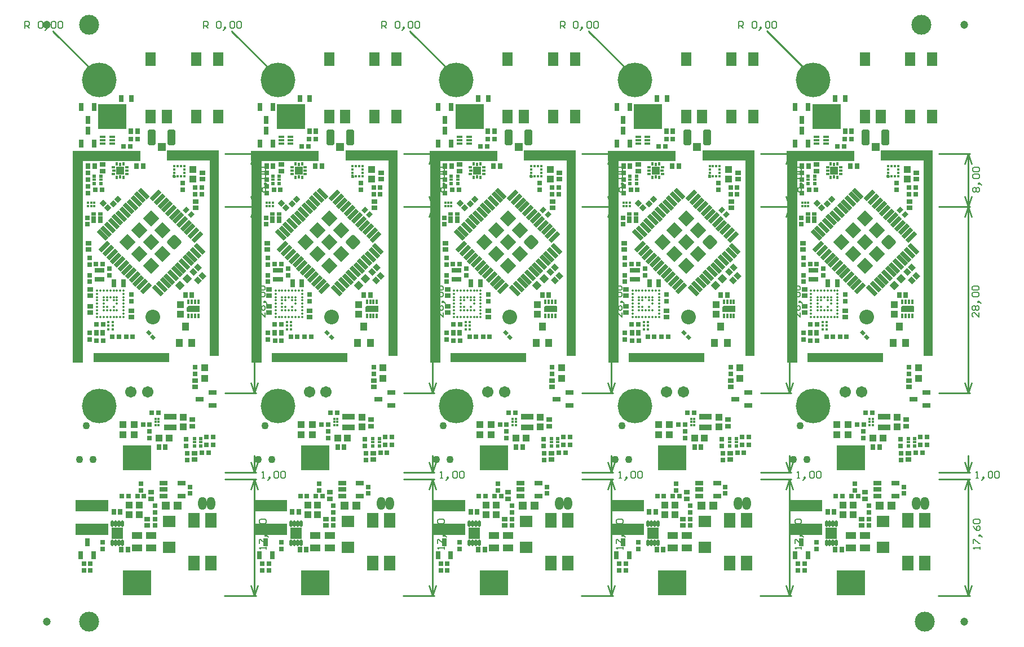
<source format=gbs>
G04*
G04 #@! TF.GenerationSoftware,Altium Limited,Altium Designer,20.1.14 (287)*
G04*
G04 Layer_Color=16711935*
%FSAX25Y25*%
%MOIN*%
G70*
G04*
G04 #@! TF.SameCoordinates,1811FDE6-F90D-4AF7-B065-783B26A83BD4*
G04*
G04*
G04 #@! TF.FilePolarity,Negative*
G04*
G01*
G75*
%ADD36R,0.01968X0.02362*%
%ADD76C,0.01000*%
%ADD79C,0.00591*%
%ADD81C,0.11811*%
%ADD85C,0.04737*%
%ADD86C,0.06706*%
%ADD87O,0.05131X0.07690*%
%ADD88C,0.20485*%
%ADD89C,0.04343*%
%ADD91C,0.00600*%
%ADD92R,0.39843X0.06102*%
%ADD93R,0.06417X1.23189*%
%ADD94R,0.44961X0.05669*%
%ADD95R,0.05668X1.16733*%
%ADD96R,0.31023X0.06024*%
%ADD97R,0.16548X0.14580*%
%ADD98R,0.03162X0.02769*%
%ADD99R,0.03950X0.04737*%
G04:AMPARAMS|DCode=100|XSize=49.34mil|YSize=94.61mil|CornerRadius=14.34mil|HoleSize=0mil|Usage=FLASHONLY|Rotation=0.000|XOffset=0mil|YOffset=0mil|HoleType=Round|Shape=RoundedRectangle|*
%AMROUNDEDRECTD100*
21,1,0.04934,0.06594,0,0,0.0*
21,1,0.02067,0.09461,0,0,0.0*
1,1,0.02867,0.01034,-0.03297*
1,1,0.02867,-0.01034,-0.03297*
1,1,0.02867,-0.01034,0.03297*
1,1,0.02867,0.01034,0.03297*
%
%ADD100ROUNDEDRECTD100*%
%ADD101R,0.04737X0.04737*%
%ADD102R,0.03162X0.04343*%
G04:AMPARAMS|DCode=103|XSize=32.41mil|YSize=30.44mil|CornerRadius=0mil|HoleSize=0mil|Usage=FLASHONLY|Rotation=315.000|XOffset=0mil|YOffset=0mil|HoleType=Round|Shape=Rectangle|*
%AMROTATEDRECTD103*
4,1,4,-0.02222,0.00070,-0.00070,0.02222,0.02222,-0.00070,0.00070,-0.02222,-0.02222,0.00070,0.0*
%
%ADD103ROTATEDRECTD103*%

%ADD104R,0.02769X0.03162*%
%ADD105R,0.01575X0.03150*%
%ADD106C,0.01575*%
G04:AMPARAMS|DCode=107|XSize=17.84mil|YSize=41.47mil|CornerRadius=6.46mil|HoleSize=0mil|Usage=FLASHONLY|Rotation=180.000|XOffset=0mil|YOffset=0mil|HoleType=Round|Shape=RoundedRectangle|*
%AMROUNDEDRECTD107*
21,1,0.01784,0.02854,0,0,180.0*
21,1,0.00492,0.04147,0,0,180.0*
1,1,0.01292,-0.00246,0.01427*
1,1,0.01292,0.00246,0.01427*
1,1,0.01292,0.00246,-0.01427*
1,1,0.01292,-0.00246,-0.01427*
%
%ADD107ROUNDEDRECTD107*%
%ADD108R,0.03162X0.03320*%
%ADD109R,0.01772X0.01772*%
%ADD110R,0.01772X0.01772*%
%ADD111R,0.03950X0.03950*%
%ADD112R,0.03320X0.03162*%
%ADD113R,0.05918X0.07887*%
%ADD114R,0.05918X0.04343*%
%ADD115R,0.07414X0.06784*%
%ADD116R,0.06902X0.09068*%
%ADD117R,0.04540X0.02690*%
%ADD118C,0.01378*%
%ADD119P,0.05586X4X270.0*%
G04:AMPARAMS|DCode=120|XSize=27.69mil|YSize=74.93mil|CornerRadius=0mil|HoleSize=0mil|Usage=FLASHONLY|Rotation=45.000|XOffset=0mil|YOffset=0mil|HoleType=Round|Shape=Rectangle|*
%AMROTATEDRECTD120*
4,1,4,0.01670,-0.03628,-0.03628,0.01670,-0.01670,0.03628,0.03628,-0.01670,0.01670,-0.03628,0.0*
%
%ADD120ROTATEDRECTD120*%

G04:AMPARAMS|DCode=121|XSize=27.69mil|YSize=74.93mil|CornerRadius=0mil|HoleSize=0mil|Usage=FLASHONLY|Rotation=135.000|XOffset=0mil|YOffset=0mil|HoleType=Round|Shape=Rectangle|*
%AMROTATEDRECTD121*
4,1,4,0.03628,0.01670,-0.01670,-0.03628,-0.03628,-0.01670,0.01670,0.03628,0.03628,0.01670,0.0*
%
%ADD121ROTATEDRECTD121*%

G04:AMPARAMS|DCode=122|XSize=67.06mil|YSize=67.06mil|CornerRadius=9.91mil|HoleSize=0mil|Usage=FLASHONLY|Rotation=135.000|XOffset=0mil|YOffset=0mil|HoleType=Round|Shape=RoundedRectangle|*
%AMROUNDEDRECTD122*
21,1,0.06706,0.04724,0,0,135.0*
21,1,0.04724,0.06706,0,0,135.0*
1,1,0.01981,0.00000,0.03341*
1,1,0.01981,0.03341,0.00000*
1,1,0.01981,0.00000,-0.03341*
1,1,0.01981,-0.03341,0.00000*
%
%ADD122ROUNDEDRECTD122*%
%ADD123P,0.09483X4X180.0*%
G04:AMPARAMS|DCode=124|XSize=33.2mil|YSize=31.62mil|CornerRadius=0mil|HoleSize=0mil|Usage=FLASHONLY|Rotation=135.000|XOffset=0mil|YOffset=0mil|HoleType=Round|Shape=Rectangle|*
%AMROTATEDRECTD124*
4,1,4,0.02292,-0.00056,0.00056,-0.02292,-0.02292,0.00056,-0.00056,0.02292,0.02292,-0.00056,0.0*
%
%ADD124ROTATEDRECTD124*%

%ADD125R,0.01968X0.01575*%
%ADD126R,0.04528X0.04528*%
%ADD127R,0.01772X0.02461*%
%ADD128R,0.02461X0.01772*%
G04:AMPARAMS|DCode=129|XSize=32.41mil|YSize=30.44mil|CornerRadius=0mil|HoleSize=0mil|Usage=FLASHONLY|Rotation=225.000|XOffset=0mil|YOffset=0mil|HoleType=Round|Shape=Rectangle|*
%AMROTATEDRECTD129*
4,1,4,0.00070,0.02222,0.02222,0.00070,-0.00070,-0.02222,-0.02222,-0.00070,0.00070,0.02222,0.0*
%
%ADD129ROTATEDRECTD129*%

%ADD130R,0.02769X0.01981*%
%ADD131R,0.02690X0.04540*%
%ADD132R,0.06706X0.07099*%
%ADD133R,0.19304X0.06706*%
%ADD134R,0.03740X0.01772*%
%ADD135R,0.03162X0.05131*%
%ADD136R,0.01981X0.02572*%
G04:AMPARAMS|DCode=137|XSize=31.62mil|YSize=27.69mil|CornerRadius=0mil|HoleSize=0mil|Usage=FLASHONLY|Rotation=225.000|XOffset=0mil|YOffset=0mil|HoleType=Round|Shape=Rectangle|*
%AMROTATEDRECTD137*
4,1,4,0.00139,0.02097,0.02097,0.00139,-0.00139,-0.02097,-0.02097,-0.00139,0.00139,0.02097,0.0*
%
%ADD137ROTATEDRECTD137*%

%ADD138R,0.02769X0.02769*%
%ADD139R,0.01575X0.01575*%
G04:AMPARAMS|DCode=140|XSize=21.78mil|YSize=27.69mil|CornerRadius=0mil|HoleSize=0mil|Usage=FLASHONLY|Rotation=225.000|XOffset=0mil|YOffset=0mil|HoleType=Round|Shape=Rectangle|*
%AMROTATEDRECTD140*
4,1,4,-0.00209,0.01749,0.01749,-0.00209,0.00209,-0.01749,-0.01749,0.00209,-0.00209,0.01749,0.0*
%
%ADD140ROTATEDRECTD140*%

%ADD141R,0.07493X0.03556*%
%ADD142R,0.03950X0.03950*%
%ADD143C,0.08674*%
G36*
X0512228Y0279317D02*
X0512253Y0279315D01*
X0512253Y0279315D01*
X0512253D01*
X0512278Y0279310D01*
X0512304Y0279305D01*
X0512304Y0279305D01*
X0512304Y0279305D01*
X0512332Y0279295D01*
X0512354Y0279288D01*
X0512354Y0279288D01*
X0512354Y0279288D01*
X0512384Y0279273D01*
X0512401Y0279265D01*
X0512401Y0279265D01*
X0512401Y0279265D01*
X0512418Y0279253D01*
X0512444Y0279236D01*
X0512444Y0279236D01*
X0512444Y0279236D01*
X0512456Y0279225D01*
X0512484Y0279201D01*
X0512484Y0279201D01*
X0512484Y0279201D01*
X0512828Y0278856D01*
X0512828Y0278856D01*
X0512828Y0278856D01*
X0512863Y0278817D01*
X0512882Y0278788D01*
X0512892Y0278773D01*
X0512892Y0278773D01*
D01*
X0512893Y0278772D01*
X0512915Y0278726D01*
X0512916Y0278724D01*
X0512932Y0278677D01*
X0512938Y0278646D01*
X0512943Y0278625D01*
X0512946Y0278573D01*
Y0278573D01*
Y0278573D01*
X0512946Y0277933D01*
X0512943Y0277881D01*
X0512938Y0277860D01*
X0512932Y0277829D01*
X0512915Y0277780D01*
X0512892Y0277733D01*
D01*
X0512892Y0277733D01*
X0512882Y0277718D01*
X0512863Y0277689D01*
X0512828Y0277650D01*
X0512828Y0277650D01*
X0512828Y0277650D01*
X0512789Y0277615D01*
X0512760Y0277596D01*
X0512745Y0277586D01*
X0512745Y0277586D01*
D01*
X0512698Y0277563D01*
X0512649Y0277546D01*
X0512618Y0277540D01*
X0512597Y0277536D01*
X0512545Y0277532D01*
X0511462D01*
X0511410Y0277536D01*
X0511359Y0277546D01*
X0511309Y0277563D01*
X0511262Y0277586D01*
X0511218Y0277615D01*
X0511179Y0277650D01*
X0511144Y0277689D01*
X0511115Y0277733D01*
X0511092Y0277780D01*
X0511075Y0277829D01*
X0511065Y0277881D01*
X0511061Y0277933D01*
Y0278917D01*
X0511063Y0278945D01*
X0511065Y0278970D01*
X0511065Y0278970D01*
Y0278970D01*
X0511070Y0278995D01*
X0511075Y0279021D01*
X0511075Y0279021D01*
X0511075Y0279021D01*
X0511082Y0279040D01*
X0511092Y0279071D01*
X0511092Y0279071D01*
X0511092Y0279071D01*
X0511102Y0279092D01*
X0511115Y0279118D01*
X0511115Y0279118D01*
X0511115Y0279118D01*
X0511127Y0279135D01*
X0511144Y0279161D01*
X0511144Y0279161D01*
X0511144Y0279161D01*
X0511155Y0279173D01*
X0511179Y0279201D01*
X0511179Y0279201D01*
X0511179Y0279201D01*
X0511206Y0279225D01*
X0511218Y0279235D01*
X0511218Y0279235D01*
X0511218Y0279235D01*
X0511244Y0279253D01*
X0511262Y0279264D01*
X0511262Y0279264D01*
X0511262Y0279265D01*
X0511288Y0279277D01*
X0511309Y0279288D01*
X0511309Y0279288D01*
X0511309Y0279288D01*
X0511340Y0279298D01*
X0511358Y0279305D01*
X0511359Y0279305D01*
X0511359Y0279305D01*
X0511385Y0279310D01*
X0511410Y0279315D01*
X0511410D01*
X0511410Y0279315D01*
X0511435Y0279316D01*
X0511462Y0279318D01*
X0512200Y0279318D01*
X0512200D01*
X0512200D01*
X0512228Y0279317D01*
D02*
G37*
G36*
X0406714D02*
X0406739Y0279315D01*
X0406739Y0279315D01*
X0406740D01*
X0406765Y0279310D01*
X0406791Y0279305D01*
X0406791Y0279305D01*
X0406791Y0279305D01*
X0406819Y0279295D01*
X0406841Y0279288D01*
X0406841Y0279288D01*
X0406841Y0279288D01*
X0406870Y0279273D01*
X0406887Y0279265D01*
X0406888Y0279265D01*
X0406888Y0279265D01*
X0406905Y0279253D01*
X0406931Y0279236D01*
X0406931Y0279236D01*
X0406931Y0279236D01*
X0406943Y0279225D01*
X0406971Y0279201D01*
X0406971Y0279201D01*
X0406971Y0279201D01*
X0407315Y0278856D01*
X0407315Y0278856D01*
X0407315Y0278856D01*
X0407350Y0278817D01*
X0407369Y0278788D01*
X0407379Y0278773D01*
X0407379Y0278773D01*
D01*
X0407380Y0278772D01*
X0407402Y0278726D01*
X0407403Y0278724D01*
X0407419Y0278677D01*
X0407425Y0278646D01*
X0407429Y0278625D01*
X0407433Y0278573D01*
Y0278573D01*
Y0278573D01*
X0407433Y0277933D01*
X0407429Y0277881D01*
X0407425Y0277860D01*
X0407419Y0277829D01*
X0407402Y0277780D01*
X0407379Y0277733D01*
D01*
X0407379Y0277733D01*
X0407369Y0277718D01*
X0407350Y0277689D01*
X0407315Y0277650D01*
X0407315Y0277650D01*
X0407315Y0277650D01*
X0407276Y0277615D01*
X0407247Y0277596D01*
X0407232Y0277586D01*
X0407232Y0277586D01*
D01*
X0407185Y0277563D01*
X0407135Y0277546D01*
X0407105Y0277540D01*
X0407084Y0277536D01*
X0407032Y0277532D01*
X0405949D01*
X0405897Y0277536D01*
X0405845Y0277546D01*
X0405796Y0277563D01*
X0405749Y0277586D01*
X0405705Y0277615D01*
X0405666Y0277650D01*
X0405631Y0277689D01*
X0405602Y0277733D01*
X0405579Y0277780D01*
X0405562Y0277829D01*
X0405552Y0277881D01*
X0405548Y0277933D01*
Y0278917D01*
X0405550Y0278945D01*
X0405552Y0278970D01*
X0405552Y0278970D01*
Y0278970D01*
X0405557Y0278995D01*
X0405562Y0279021D01*
X0405562Y0279021D01*
X0405562Y0279021D01*
X0405568Y0279040D01*
X0405579Y0279071D01*
X0405579Y0279071D01*
X0405579Y0279071D01*
X0405589Y0279092D01*
X0405602Y0279118D01*
X0405602Y0279118D01*
X0405602Y0279118D01*
X0405614Y0279135D01*
X0405631Y0279161D01*
X0405631Y0279161D01*
X0405631Y0279161D01*
X0405641Y0279173D01*
X0405666Y0279201D01*
X0405666Y0279201D01*
X0405666Y0279201D01*
X0405693Y0279225D01*
X0405705Y0279235D01*
X0405705Y0279235D01*
X0405705Y0279235D01*
X0405731Y0279253D01*
X0405749Y0279264D01*
X0405749Y0279264D01*
X0405749Y0279265D01*
X0405774Y0279277D01*
X0405796Y0279288D01*
X0405796Y0279288D01*
X0405796Y0279288D01*
X0405827Y0279298D01*
X0405845Y0279305D01*
X0405845Y0279305D01*
X0405845Y0279305D01*
X0405871Y0279310D01*
X0405897Y0279315D01*
X0405897D01*
X0405897Y0279315D01*
X0405922Y0279316D01*
X0405949Y0279318D01*
X0406687Y0279318D01*
X0406687D01*
X0406687D01*
X0406714Y0279317D01*
D02*
G37*
G36*
X0301201D02*
X0301226Y0279315D01*
X0301226Y0279315D01*
X0301226D01*
X0301252Y0279310D01*
X0301278Y0279305D01*
X0301278Y0279305D01*
X0301278Y0279305D01*
X0301306Y0279295D01*
X0301327Y0279288D01*
X0301327Y0279288D01*
X0301327Y0279288D01*
X0301357Y0279273D01*
X0301374Y0279265D01*
X0301374Y0279265D01*
X0301374Y0279265D01*
X0301392Y0279253D01*
X0301418Y0279236D01*
X0301418Y0279236D01*
X0301418Y0279236D01*
X0301430Y0279225D01*
X0301457Y0279201D01*
X0301457Y0279201D01*
X0301457Y0279201D01*
X0301802Y0278856D01*
X0301802Y0278856D01*
X0301802Y0278856D01*
X0301837Y0278817D01*
X0301856Y0278788D01*
X0301866Y0278773D01*
X0301866Y0278773D01*
D01*
X0301866Y0278772D01*
X0301889Y0278726D01*
X0301890Y0278724D01*
X0301906Y0278677D01*
X0301912Y0278646D01*
X0301916Y0278625D01*
X0301920Y0278573D01*
Y0278573D01*
Y0278573D01*
X0301919Y0277933D01*
X0301916Y0277881D01*
X0301912Y0277860D01*
X0301906Y0277829D01*
X0301889Y0277780D01*
X0301866Y0277733D01*
D01*
X0301866Y0277733D01*
X0301856Y0277718D01*
X0301837Y0277689D01*
X0301802Y0277650D01*
X0301802Y0277650D01*
X0301802Y0277650D01*
X0301763Y0277615D01*
X0301734Y0277596D01*
X0301719Y0277586D01*
X0301719Y0277586D01*
D01*
X0301672Y0277563D01*
X0301622Y0277546D01*
X0301591Y0277540D01*
X0301571Y0277536D01*
X0301519Y0277532D01*
X0300436D01*
X0300384Y0277536D01*
X0300332Y0277546D01*
X0300283Y0277563D01*
X0300236Y0277586D01*
X0300192Y0277615D01*
X0300152Y0277650D01*
X0300118Y0277689D01*
X0300089Y0277733D01*
X0300065Y0277780D01*
X0300049Y0277829D01*
X0300039Y0277881D01*
X0300035Y0277933D01*
Y0278917D01*
X0300037Y0278945D01*
X0300039Y0278970D01*
X0300039Y0278970D01*
Y0278970D01*
X0300044Y0278995D01*
X0300049Y0279021D01*
X0300049Y0279021D01*
X0300049Y0279021D01*
X0300055Y0279040D01*
X0300065Y0279071D01*
X0300065Y0279071D01*
X0300065Y0279071D01*
X0300076Y0279092D01*
X0300089Y0279118D01*
X0300089Y0279118D01*
X0300089Y0279118D01*
X0300100Y0279135D01*
X0300118Y0279161D01*
X0300118Y0279161D01*
X0300118Y0279161D01*
X0300128Y0279173D01*
X0300152Y0279201D01*
X0300152Y0279201D01*
X0300152Y0279201D01*
X0300180Y0279225D01*
X0300192Y0279235D01*
X0300192Y0279235D01*
X0300192Y0279235D01*
X0300218Y0279253D01*
X0300235Y0279264D01*
X0300235Y0279264D01*
X0300236Y0279265D01*
X0300261Y0279277D01*
X0300282Y0279288D01*
X0300283Y0279288D01*
X0300283Y0279288D01*
X0300313Y0279298D01*
X0300332Y0279305D01*
X0300332Y0279305D01*
X0300332Y0279305D01*
X0300358Y0279310D01*
X0300383Y0279315D01*
X0300383D01*
X0300384Y0279315D01*
X0300408Y0279316D01*
X0300436Y0279318D01*
X0301174Y0279318D01*
X0301174D01*
X0301174D01*
X0301201Y0279317D01*
D02*
G37*
G36*
X0195688D02*
X0195713Y0279315D01*
X0195713Y0279315D01*
X0195713D01*
X0195738Y0279310D01*
X0195764Y0279305D01*
X0195764Y0279305D01*
X0195765Y0279305D01*
X0195793Y0279295D01*
X0195814Y0279288D01*
X0195814Y0279288D01*
X0195814Y0279288D01*
X0195844Y0279273D01*
X0195861Y0279265D01*
X0195861Y0279265D01*
X0195861Y0279265D01*
X0195879Y0279253D01*
X0195905Y0279236D01*
X0195905Y0279236D01*
X0195905Y0279236D01*
X0195916Y0279225D01*
X0195944Y0279201D01*
X0195944Y0279201D01*
X0195944Y0279201D01*
X0196289Y0278856D01*
X0196289Y0278856D01*
X0196289Y0278856D01*
X0196323Y0278817D01*
X0196343Y0278788D01*
X0196353Y0278773D01*
X0196353Y0278773D01*
D01*
X0196353Y0278772D01*
X0196376Y0278726D01*
X0196377Y0278724D01*
X0196393Y0278677D01*
X0196399Y0278646D01*
X0196403Y0278625D01*
X0196406Y0278573D01*
Y0278573D01*
Y0278573D01*
X0196406Y0277933D01*
X0196403Y0277881D01*
X0196399Y0277860D01*
X0196393Y0277829D01*
X0196376Y0277780D01*
X0196353Y0277733D01*
D01*
X0196353Y0277733D01*
X0196343Y0277718D01*
X0196323Y0277689D01*
X0196289Y0277650D01*
X0196289Y0277650D01*
X0196289Y0277650D01*
X0196249Y0277615D01*
X0196220Y0277596D01*
X0196206Y0277586D01*
X0196206Y0277586D01*
D01*
X0196159Y0277563D01*
X0196109Y0277546D01*
X0196078Y0277540D01*
X0196058Y0277536D01*
X0196005Y0277532D01*
X0194923D01*
X0194870Y0277536D01*
X0194819Y0277546D01*
X0194769Y0277563D01*
X0194722Y0277586D01*
X0194679Y0277615D01*
X0194639Y0277650D01*
X0194605Y0277689D01*
X0194576Y0277733D01*
X0194552Y0277780D01*
X0194536Y0277829D01*
X0194525Y0277881D01*
X0194522Y0277933D01*
Y0278917D01*
X0194524Y0278945D01*
X0194525Y0278970D01*
X0194525Y0278970D01*
Y0278970D01*
X0194530Y0278995D01*
X0194536Y0279021D01*
X0194536Y0279021D01*
X0194536Y0279021D01*
X0194542Y0279040D01*
X0194552Y0279071D01*
X0194552Y0279071D01*
X0194552Y0279071D01*
X0194563Y0279092D01*
X0194576Y0279118D01*
X0194576Y0279118D01*
X0194576Y0279118D01*
X0194587Y0279135D01*
X0194605Y0279161D01*
X0194605Y0279161D01*
X0194605Y0279161D01*
X0194615Y0279173D01*
X0194639Y0279201D01*
X0194639Y0279201D01*
X0194639Y0279201D01*
X0194667Y0279225D01*
X0194679Y0279235D01*
X0194679Y0279235D01*
X0194679Y0279235D01*
X0194704Y0279253D01*
X0194722Y0279264D01*
X0194722Y0279264D01*
X0194722Y0279265D01*
X0194748Y0279277D01*
X0194769Y0279288D01*
X0194769Y0279288D01*
X0194769Y0279288D01*
X0194800Y0279298D01*
X0194819Y0279305D01*
X0194819Y0279305D01*
X0194819Y0279305D01*
X0194845Y0279310D01*
X0194870Y0279315D01*
X0194870D01*
X0194870Y0279315D01*
X0194895Y0279316D01*
X0194923Y0279318D01*
X0195661Y0279318D01*
X0195661D01*
X0195661D01*
X0195688Y0279317D01*
D02*
G37*
G36*
X0090175D02*
X0090200Y0279315D01*
X0090200Y0279315D01*
X0090200D01*
X0090225Y0279310D01*
X0090251Y0279305D01*
X0090251Y0279305D01*
X0090251Y0279305D01*
X0090279Y0279295D01*
X0090301Y0279288D01*
X0090301Y0279288D01*
X0090301Y0279288D01*
X0090331Y0279273D01*
X0090348Y0279265D01*
X0090348Y0279265D01*
X0090348Y0279265D01*
X0090365Y0279253D01*
X0090391Y0279236D01*
X0090391Y0279236D01*
X0090391Y0279236D01*
X0090403Y0279225D01*
X0090431Y0279201D01*
X0090431Y0279201D01*
X0090431Y0279201D01*
X0090776Y0278856D01*
X0090776Y0278856D01*
X0090776Y0278856D01*
X0090810Y0278817D01*
X0090829Y0278788D01*
X0090839Y0278773D01*
X0090839Y0278773D01*
D01*
X0090840Y0278772D01*
X0090863Y0278726D01*
X0090863Y0278724D01*
X0090879Y0278677D01*
X0090886Y0278646D01*
X0090890Y0278625D01*
X0090893Y0278573D01*
Y0278573D01*
Y0278573D01*
X0090893Y0277933D01*
X0090890Y0277881D01*
X0090886Y0277860D01*
X0090879Y0277829D01*
X0090863Y0277780D01*
X0090839Y0277733D01*
D01*
X0090839Y0277733D01*
X0090829Y0277718D01*
X0090810Y0277689D01*
X0090776Y0277650D01*
X0090776Y0277650D01*
X0090776Y0277650D01*
X0090736Y0277615D01*
X0090707Y0277596D01*
X0090693Y0277586D01*
X0090693Y0277586D01*
D01*
X0090645Y0277563D01*
X0090596Y0277546D01*
X0090565Y0277540D01*
X0090544Y0277536D01*
X0090492Y0277532D01*
X0089410D01*
X0089357Y0277536D01*
X0089306Y0277546D01*
X0089256Y0277563D01*
X0089209Y0277586D01*
X0089165Y0277615D01*
X0089126Y0277650D01*
X0089091Y0277689D01*
X0089062Y0277733D01*
X0089039Y0277780D01*
X0089022Y0277829D01*
X0089012Y0277881D01*
X0089009Y0277933D01*
Y0278917D01*
X0089010Y0278945D01*
X0089012Y0278970D01*
X0089012Y0278970D01*
Y0278970D01*
X0089017Y0278995D01*
X0089022Y0279021D01*
X0089022Y0279021D01*
X0089022Y0279021D01*
X0089029Y0279040D01*
X0089039Y0279071D01*
X0089039Y0279071D01*
X0089039Y0279071D01*
X0089050Y0279092D01*
X0089062Y0279118D01*
X0089062Y0279118D01*
X0089062Y0279118D01*
X0089074Y0279135D01*
X0089091Y0279161D01*
X0089091Y0279161D01*
X0089091Y0279161D01*
X0089102Y0279173D01*
X0089126Y0279201D01*
X0089126Y0279201D01*
X0089126Y0279201D01*
X0089154Y0279225D01*
X0089165Y0279235D01*
X0089165Y0279235D01*
X0089165Y0279235D01*
X0089191Y0279253D01*
X0089209Y0279264D01*
X0089209Y0279264D01*
X0089209Y0279265D01*
X0089235Y0279277D01*
X0089256Y0279288D01*
X0089256Y0279288D01*
X0089256Y0279288D01*
X0089287Y0279298D01*
X0089306Y0279305D01*
X0089306Y0279305D01*
X0089306Y0279305D01*
X0089332Y0279310D01*
X0089357Y0279315D01*
X0089357D01*
X0089357Y0279315D01*
X0089382Y0279316D01*
X0089409Y0279318D01*
X0090147Y0279318D01*
X0090148D01*
X0090148D01*
X0090175Y0279317D01*
D02*
G37*
G36*
X0526831Y0201775D02*
X0526861Y0201768D01*
X0526882Y0201764D01*
X0526882Y0201764D01*
D01*
X0526932Y0201747D01*
X0526979Y0201724D01*
X0527022Y0201695D01*
X0527059Y0201663D01*
X0527062Y0201661D01*
Y0201661D01*
X0527062D01*
X0527064Y0201658D01*
X0527096Y0201621D01*
X0527125Y0201578D01*
X0527149Y0201531D01*
X0527166Y0201481D01*
D01*
X0527166Y0201481D01*
X0527170Y0201460D01*
X0527176Y0201430D01*
X0527179Y0201377D01*
Y0201377D01*
Y0201377D01*
X0527179Y0198307D01*
X0527177Y0198282D01*
X0527176Y0198255D01*
X0527176Y0198255D01*
X0527176Y0198255D01*
X0527171Y0198231D01*
X0527165Y0198204D01*
X0527165Y0198203D01*
X0527165Y0198203D01*
X0527158Y0198182D01*
X0527149Y0198154D01*
X0527148Y0198154D01*
X0527148Y0198154D01*
X0527138Y0198133D01*
X0527125Y0198107D01*
X0527125Y0198107D01*
X0527125Y0198107D01*
X0527109Y0198083D01*
X0527096Y0198063D01*
X0527096Y0198063D01*
X0527096Y0198063D01*
X0527078Y0198042D01*
X0527062Y0198024D01*
X0527062Y0198024D01*
X0527062Y0198023D01*
X0527044Y0198008D01*
X0527022Y0197989D01*
X0527022Y0197989D01*
X0527022Y0197989D01*
X0527003Y0197976D01*
X0526979Y0197960D01*
X0526979Y0197960D01*
X0526978Y0197960D01*
X0526953Y0197947D01*
X0526932Y0197937D01*
X0526932Y0197937D01*
X0526931Y0197937D01*
X0526903Y0197927D01*
X0526882Y0197920D01*
X0526882Y0197920D01*
X0526882Y0197920D01*
X0526855Y0197914D01*
X0526831Y0197910D01*
X0526831Y0197910D01*
X0526830Y0197910D01*
X0526804Y0197908D01*
X0526778Y0197906D01*
X0519929Y0197901D01*
X0519929Y0197901D01*
X0519928Y0197901D01*
X0519908Y0197903D01*
X0519876Y0197905D01*
X0519876Y0197905D01*
X0519876D01*
X0519852Y0197910D01*
X0519825Y0197915D01*
X0519825Y0197915D01*
X0519825Y0197915D01*
X0519799Y0197924D01*
X0519775Y0197932D01*
X0519775Y0197932D01*
X0519775Y0197932D01*
X0519758Y0197940D01*
X0519728Y0197955D01*
X0519728Y0197955D01*
X0519728Y0197955D01*
X0519711Y0197966D01*
X0519685Y0197984D01*
X0519684Y0197984D01*
X0519684Y0197984D01*
X0519667Y0197999D01*
X0519645Y0198019D01*
X0519645Y0198019D01*
X0519645Y0198019D01*
X0519626Y0198040D01*
X0519611Y0198058D01*
X0519610Y0198058D01*
X0519610Y0198058D01*
X0519593Y0198085D01*
X0519581Y0198101D01*
X0519581Y0198102D01*
X0519581Y0198102D01*
X0519566Y0198132D01*
X0519558Y0198149D01*
X0519558Y0198149D01*
X0519558Y0198149D01*
X0519550Y0198172D01*
X0519541Y0198198D01*
X0519541Y0198198D01*
X0519541Y0198198D01*
X0519536Y0198224D01*
X0519531Y0198250D01*
Y0198250D01*
X0519531Y0198250D01*
X0519529Y0198281D01*
X0519527Y0198302D01*
X0519527Y0198302D01*
X0519527Y0198302D01*
X0519527Y0200786D01*
X0519527Y0200787D01*
X0519527Y0200787D01*
X0519529Y0200816D01*
X0519530Y0200839D01*
X0519530Y0200839D01*
X0519530Y0200839D01*
X0519535Y0200863D01*
X0519541Y0200890D01*
X0519541Y0200890D01*
X0519541Y0200891D01*
X0519547Y0200908D01*
X0519557Y0200940D01*
X0519557Y0200940D01*
X0519558Y0200940D01*
X0519569Y0200964D01*
X0519581Y0200987D01*
X0519581Y0200987D01*
X0519581Y0200987D01*
X0519599Y0201014D01*
X0519610Y0201030D01*
X0519610Y0201031D01*
X0519610Y0201031D01*
X0519629Y0201053D01*
X0519644Y0201070D01*
X0519644Y0201070D01*
X0519644Y0201070D01*
X0520236Y0201661D01*
X0520253Y0201676D01*
X0520275Y0201695D01*
X0520275Y0201695D01*
X0520275Y0201695D01*
X0520295Y0201708D01*
X0520319Y0201724D01*
X0520319Y0201724D01*
X0520319Y0201724D01*
X0520342Y0201736D01*
X0520366Y0201747D01*
X0520366Y0201747D01*
X0520366Y0201747D01*
X0520384Y0201754D01*
X0520415Y0201764D01*
X0520415Y0201764D01*
X0520416Y0201764D01*
X0520434Y0201768D01*
X0520467Y0201775D01*
X0520467Y0201775D01*
X0520467Y0201775D01*
X0520491Y0201776D01*
X0520519Y0201778D01*
X0526778Y0201778D01*
X0526778D01*
X0526778D01*
X0526831Y0201775D01*
D02*
G37*
G36*
X0421317D02*
X0421348Y0201768D01*
X0421369Y0201764D01*
X0421369Y0201764D01*
D01*
X0421419Y0201747D01*
X0421465Y0201724D01*
X0421509Y0201695D01*
X0421546Y0201663D01*
X0421549Y0201661D01*
Y0201661D01*
X0421549D01*
X0421551Y0201658D01*
X0421583Y0201621D01*
X0421612Y0201578D01*
X0421635Y0201531D01*
X0421652Y0201481D01*
D01*
X0421652Y0201481D01*
X0421656Y0201460D01*
X0421663Y0201430D01*
X0421666Y0201377D01*
Y0201377D01*
Y0201377D01*
X0421666Y0198307D01*
X0421664Y0198282D01*
X0421662Y0198255D01*
X0421662Y0198255D01*
X0421662Y0198255D01*
X0421658Y0198231D01*
X0421652Y0198204D01*
X0421652Y0198203D01*
X0421652Y0198203D01*
X0421645Y0198182D01*
X0421635Y0198154D01*
X0421635Y0198154D01*
X0421635Y0198154D01*
X0421625Y0198133D01*
X0421612Y0198107D01*
X0421612Y0198107D01*
X0421612Y0198107D01*
X0421596Y0198083D01*
X0421583Y0198063D01*
X0421583Y0198063D01*
X0421583Y0198063D01*
X0421564Y0198042D01*
X0421549Y0198024D01*
X0421548Y0198024D01*
X0421548Y0198023D01*
X0421530Y0198008D01*
X0421509Y0197989D01*
X0421509Y0197989D01*
X0421509Y0197989D01*
X0421489Y0197976D01*
X0421466Y0197960D01*
X0421465Y0197960D01*
X0421465Y0197960D01*
X0421440Y0197947D01*
X0421419Y0197937D01*
X0421419Y0197937D01*
X0421418Y0197937D01*
X0421390Y0197927D01*
X0421369Y0197920D01*
X0421369Y0197920D01*
X0421369Y0197920D01*
X0421342Y0197914D01*
X0421317Y0197910D01*
X0421317Y0197910D01*
X0421317Y0197910D01*
X0421291Y0197908D01*
X0421265Y0197906D01*
X0414415Y0197901D01*
X0414415Y0197901D01*
X0414415Y0197901D01*
X0414395Y0197903D01*
X0414363Y0197905D01*
X0414363Y0197905D01*
X0414363D01*
X0414338Y0197910D01*
X0414312Y0197915D01*
X0414312Y0197915D01*
X0414312Y0197915D01*
X0414285Y0197924D01*
X0414262Y0197932D01*
X0414262Y0197932D01*
X0414262Y0197932D01*
X0414245Y0197940D01*
X0414215Y0197955D01*
X0414215Y0197955D01*
X0414215Y0197955D01*
X0414198Y0197966D01*
X0414171Y0197984D01*
X0414171Y0197984D01*
X0414171Y0197984D01*
X0414154Y0197999D01*
X0414132Y0198019D01*
X0414132Y0198019D01*
X0414132Y0198019D01*
X0414113Y0198040D01*
X0414097Y0198058D01*
X0414097Y0198058D01*
X0414097Y0198058D01*
X0414079Y0198085D01*
X0414068Y0198101D01*
X0414068Y0198102D01*
X0414068Y0198102D01*
X0414053Y0198132D01*
X0414045Y0198149D01*
X0414045Y0198149D01*
X0414045Y0198149D01*
X0414037Y0198172D01*
X0414028Y0198198D01*
X0414028Y0198198D01*
X0414028Y0198198D01*
X0414023Y0198224D01*
X0414018Y0198250D01*
Y0198250D01*
X0414018Y0198250D01*
X0414016Y0198281D01*
X0414014Y0198302D01*
X0414014Y0198302D01*
X0414014Y0198302D01*
X0414014Y0200786D01*
X0414014Y0200787D01*
X0414014Y0200787D01*
X0414015Y0200816D01*
X0414017Y0200839D01*
X0414017Y0200839D01*
X0414017Y0200839D01*
X0414022Y0200863D01*
X0414027Y0200890D01*
X0414027Y0200890D01*
X0414027Y0200891D01*
X0414033Y0200908D01*
X0414044Y0200940D01*
X0414044Y0200940D01*
X0414044Y0200940D01*
X0414056Y0200964D01*
X0414067Y0200987D01*
X0414067Y0200987D01*
X0414068Y0200987D01*
X0414085Y0201014D01*
X0414096Y0201030D01*
X0414096Y0201031D01*
X0414097Y0201031D01*
X0414116Y0201053D01*
X0414131Y0201070D01*
X0414131Y0201070D01*
X0414131Y0201070D01*
X0414723Y0201661D01*
X0414740Y0201676D01*
X0414762Y0201695D01*
X0414762Y0201695D01*
X0414762Y0201695D01*
X0414782Y0201708D01*
X0414805Y0201724D01*
X0414806Y0201724D01*
X0414806Y0201724D01*
X0414829Y0201736D01*
X0414852Y0201747D01*
X0414853Y0201747D01*
X0414853Y0201747D01*
X0414871Y0201754D01*
X0414902Y0201764D01*
X0414902Y0201764D01*
X0414902Y0201764D01*
X0414921Y0201768D01*
X0414954Y0201775D01*
X0414954Y0201775D01*
X0414954Y0201775D01*
X0414978Y0201776D01*
X0415006Y0201778D01*
X0421265Y0201778D01*
X0421265D01*
X0421265D01*
X0421317Y0201775D01*
D02*
G37*
G36*
X0315804D02*
X0315835Y0201768D01*
X0315856Y0201764D01*
X0315856Y0201764D01*
D01*
X0315905Y0201747D01*
X0315952Y0201724D01*
X0315996Y0201695D01*
X0316033Y0201663D01*
X0316035Y0201661D01*
Y0201661D01*
X0316035D01*
X0316038Y0201658D01*
X0316070Y0201621D01*
X0316099Y0201578D01*
X0316122Y0201531D01*
X0316139Y0201481D01*
D01*
X0316139Y0201481D01*
X0316143Y0201460D01*
X0316149Y0201430D01*
X0316153Y0201377D01*
Y0201377D01*
Y0201377D01*
X0316153Y0198307D01*
X0316151Y0198282D01*
X0316149Y0198255D01*
X0316149Y0198255D01*
X0316149Y0198255D01*
X0316144Y0198231D01*
X0316139Y0198204D01*
X0316139Y0198203D01*
X0316139Y0198203D01*
X0316132Y0198182D01*
X0316122Y0198154D01*
X0316122Y0198154D01*
X0316122Y0198154D01*
X0316112Y0198133D01*
X0316099Y0198107D01*
X0316099Y0198107D01*
X0316099Y0198107D01*
X0316083Y0198083D01*
X0316070Y0198063D01*
X0316070Y0198063D01*
X0316070Y0198063D01*
X0316051Y0198042D01*
X0316035Y0198024D01*
X0316035Y0198024D01*
X0316035Y0198023D01*
X0316017Y0198008D01*
X0315996Y0197989D01*
X0315996Y0197989D01*
X0315996Y0197989D01*
X0315976Y0197976D01*
X0315952Y0197960D01*
X0315952Y0197960D01*
X0315952Y0197960D01*
X0315927Y0197947D01*
X0315905Y0197937D01*
X0315905Y0197937D01*
X0315905Y0197937D01*
X0315877Y0197927D01*
X0315856Y0197920D01*
X0315856Y0197920D01*
X0315855Y0197920D01*
X0315828Y0197914D01*
X0315804Y0197910D01*
X0315804Y0197910D01*
X0315804Y0197910D01*
X0315778Y0197908D01*
X0315752Y0197906D01*
X0308902Y0197901D01*
X0308902Y0197901D01*
X0308902Y0197901D01*
X0308882Y0197903D01*
X0308850Y0197905D01*
X0308850Y0197905D01*
X0308850D01*
X0308825Y0197910D01*
X0308798Y0197915D01*
X0308798Y0197915D01*
X0308798Y0197915D01*
X0308772Y0197924D01*
X0308749Y0197932D01*
X0308749Y0197932D01*
X0308749Y0197932D01*
X0308732Y0197940D01*
X0308702Y0197955D01*
X0308702Y0197955D01*
X0308701Y0197955D01*
X0308685Y0197966D01*
X0308658Y0197984D01*
X0308658Y0197984D01*
X0308658Y0197984D01*
X0308641Y0197999D01*
X0308619Y0198019D01*
X0308619Y0198019D01*
X0308618Y0198019D01*
X0308599Y0198040D01*
X0308584Y0198058D01*
X0308584Y0198058D01*
X0308584Y0198058D01*
X0308566Y0198085D01*
X0308555Y0198101D01*
X0308555Y0198102D01*
X0308555Y0198102D01*
X0308540Y0198132D01*
X0308532Y0198149D01*
X0308532Y0198149D01*
X0308532Y0198149D01*
X0308524Y0198172D01*
X0308515Y0198198D01*
X0308515Y0198198D01*
X0308515Y0198198D01*
X0308509Y0198224D01*
X0308505Y0198250D01*
Y0198250D01*
X0308505Y0198250D01*
X0308502Y0198281D01*
X0308501Y0198302D01*
X0308501Y0198302D01*
X0308501Y0198302D01*
X0308500Y0200786D01*
X0308500Y0200787D01*
X0308500Y0200787D01*
X0308502Y0200816D01*
X0308504Y0200839D01*
X0308504Y0200839D01*
X0308504Y0200839D01*
X0308509Y0200863D01*
X0308514Y0200890D01*
X0308514Y0200890D01*
X0308514Y0200891D01*
X0308520Y0200908D01*
X0308531Y0200940D01*
X0308531Y0200940D01*
X0308531Y0200940D01*
X0308543Y0200964D01*
X0308554Y0200987D01*
X0308554Y0200987D01*
X0308554Y0200987D01*
X0308572Y0201014D01*
X0308583Y0201030D01*
X0308583Y0201031D01*
X0308583Y0201031D01*
X0308603Y0201053D01*
X0308618Y0201070D01*
X0308618Y0201070D01*
X0308618Y0201070D01*
X0309209Y0201661D01*
X0309226Y0201676D01*
X0309249Y0201695D01*
X0309249Y0201695D01*
X0309249Y0201695D01*
X0309269Y0201708D01*
X0309292Y0201724D01*
X0309292Y0201724D01*
X0309293Y0201724D01*
X0309315Y0201736D01*
X0309339Y0201747D01*
X0309339Y0201747D01*
X0309339Y0201747D01*
X0309358Y0201754D01*
X0309389Y0201764D01*
X0309389Y0201764D01*
X0309389Y0201764D01*
X0309408Y0201768D01*
X0309440Y0201775D01*
X0309440Y0201775D01*
X0309441Y0201775D01*
X0309465Y0201776D01*
X0309493Y0201778D01*
X0315752Y0201778D01*
X0315752D01*
X0315752D01*
X0315804Y0201775D01*
D02*
G37*
G36*
X0210291D02*
X0210322Y0201768D01*
X0210342Y0201764D01*
X0210342Y0201764D01*
D01*
X0210392Y0201747D01*
X0210439Y0201724D01*
X0210483Y0201695D01*
X0210519Y0201663D01*
X0210522Y0201661D01*
Y0201661D01*
X0210522D01*
X0210525Y0201658D01*
X0210557Y0201621D01*
X0210586Y0201578D01*
X0210609Y0201531D01*
X0210626Y0201481D01*
D01*
X0210626Y0201481D01*
X0210630Y0201460D01*
X0210636Y0201430D01*
X0210640Y0201377D01*
Y0201377D01*
Y0201377D01*
X0210639Y0198307D01*
X0210638Y0198282D01*
X0210636Y0198255D01*
X0210636Y0198255D01*
X0210636Y0198255D01*
X0210631Y0198231D01*
X0210626Y0198204D01*
X0210626Y0198203D01*
X0210626Y0198203D01*
X0210619Y0198182D01*
X0210609Y0198154D01*
X0210609Y0198154D01*
X0210609Y0198154D01*
X0210598Y0198133D01*
X0210586Y0198107D01*
X0210586Y0198107D01*
X0210586Y0198107D01*
X0210570Y0198083D01*
X0210557Y0198063D01*
X0210557Y0198063D01*
X0210557Y0198063D01*
X0210538Y0198042D01*
X0210522Y0198024D01*
X0210522Y0198024D01*
X0210522Y0198023D01*
X0210504Y0198008D01*
X0210483Y0197989D01*
X0210483Y0197989D01*
X0210483Y0197989D01*
X0210463Y0197976D01*
X0210439Y0197960D01*
X0210439Y0197960D01*
X0210439Y0197960D01*
X0210414Y0197947D01*
X0210392Y0197937D01*
X0210392Y0197937D01*
X0210392Y0197937D01*
X0210364Y0197927D01*
X0210343Y0197920D01*
X0210342Y0197920D01*
X0210342Y0197920D01*
X0210315Y0197914D01*
X0210291Y0197910D01*
X0210291Y0197910D01*
X0210291Y0197910D01*
X0210264Y0197908D01*
X0210239Y0197906D01*
X0203389Y0197901D01*
X0203389Y0197901D01*
X0203389Y0197901D01*
X0203368Y0197903D01*
X0203337Y0197905D01*
X0203337Y0197905D01*
X0203336D01*
X0203312Y0197910D01*
X0203285Y0197915D01*
X0203285Y0197915D01*
X0203285Y0197915D01*
X0203259Y0197924D01*
X0203236Y0197932D01*
X0203235Y0197932D01*
X0203235Y0197932D01*
X0203219Y0197940D01*
X0203188Y0197955D01*
X0203188Y0197955D01*
X0203188Y0197955D01*
X0203172Y0197966D01*
X0203145Y0197984D01*
X0203145Y0197984D01*
X0203145Y0197984D01*
X0203127Y0197999D01*
X0203105Y0198019D01*
X0203105Y0198019D01*
X0203105Y0198019D01*
X0203086Y0198040D01*
X0203071Y0198058D01*
X0203071Y0198058D01*
X0203071Y0198058D01*
X0203053Y0198085D01*
X0203042Y0198101D01*
X0203042Y0198102D01*
X0203042Y0198102D01*
X0203027Y0198132D01*
X0203018Y0198149D01*
X0203018Y0198149D01*
X0203018Y0198149D01*
X0203011Y0198172D01*
X0203001Y0198198D01*
X0203001Y0198198D01*
X0203001Y0198198D01*
X0202996Y0198224D01*
X0202991Y0198250D01*
Y0198250D01*
X0202991Y0198250D01*
X0202989Y0198281D01*
X0202988Y0198302D01*
X0202988Y0198302D01*
X0202988Y0198302D01*
X0202987Y0200786D01*
X0202987Y0200787D01*
X0202987Y0200787D01*
X0202989Y0200816D01*
X0202991Y0200839D01*
X0202991Y0200839D01*
X0202991Y0200839D01*
X0202995Y0200863D01*
X0203001Y0200890D01*
X0203001Y0200890D01*
X0203001Y0200891D01*
X0203007Y0200908D01*
X0203018Y0200940D01*
X0203018Y0200940D01*
X0203018Y0200940D01*
X0203029Y0200964D01*
X0203041Y0200987D01*
X0203041Y0200987D01*
X0203041Y0200987D01*
X0203059Y0201014D01*
X0203070Y0201030D01*
X0203070Y0201031D01*
X0203070Y0201031D01*
X0203090Y0201053D01*
X0203104Y0201070D01*
X0203105Y0201070D01*
X0203105Y0201070D01*
X0203696Y0201661D01*
X0203713Y0201676D01*
X0203735Y0201695D01*
X0203735Y0201695D01*
X0203736Y0201695D01*
X0203755Y0201708D01*
X0203779Y0201724D01*
X0203779Y0201724D01*
X0203779Y0201724D01*
X0203802Y0201736D01*
X0203826Y0201747D01*
X0203826Y0201747D01*
X0203826Y0201747D01*
X0203844Y0201754D01*
X0203876Y0201764D01*
X0203876Y0201764D01*
X0203876Y0201764D01*
X0203894Y0201768D01*
X0203927Y0201775D01*
X0203927Y0201775D01*
X0203927Y0201775D01*
X0203951Y0201776D01*
X0203979Y0201778D01*
X0210239Y0201778D01*
X0210239D01*
X0210239D01*
X0210291Y0201775D01*
D02*
G37*
G36*
X0104778D02*
X0104808Y0201768D01*
X0104829Y0201764D01*
X0104829Y0201764D01*
D01*
X0104879Y0201747D01*
X0104926Y0201724D01*
X0104970Y0201695D01*
X0105006Y0201663D01*
X0105009Y0201661D01*
Y0201661D01*
X0105009D01*
X0105011Y0201658D01*
X0105043Y0201621D01*
X0105073Y0201578D01*
X0105096Y0201531D01*
X0105113Y0201481D01*
D01*
X0105113Y0201481D01*
X0105117Y0201460D01*
X0105123Y0201430D01*
X0105126Y0201377D01*
Y0201377D01*
Y0201377D01*
X0105126Y0198307D01*
X0105124Y0198282D01*
X0105123Y0198255D01*
X0105123Y0198255D01*
X0105123Y0198255D01*
X0105118Y0198231D01*
X0105113Y0198204D01*
X0105113Y0198203D01*
X0105112Y0198203D01*
X0105105Y0198182D01*
X0105096Y0198154D01*
X0105096Y0198154D01*
X0105096Y0198154D01*
X0105085Y0198133D01*
X0105072Y0198107D01*
X0105072Y0198107D01*
X0105072Y0198107D01*
X0105057Y0198083D01*
X0105043Y0198063D01*
X0105043Y0198063D01*
X0105043Y0198063D01*
X0105025Y0198042D01*
X0105009Y0198024D01*
X0105009Y0198024D01*
X0105009Y0198023D01*
X0104991Y0198008D01*
X0104970Y0197989D01*
X0104969Y0197989D01*
X0104969Y0197989D01*
X0104950Y0197976D01*
X0104926Y0197960D01*
X0104926Y0197960D01*
X0104926Y0197960D01*
X0104900Y0197947D01*
X0104879Y0197937D01*
X0104879Y0197937D01*
X0104879Y0197937D01*
X0104850Y0197927D01*
X0104829Y0197920D01*
X0104829Y0197920D01*
X0104829Y0197920D01*
X0104802Y0197914D01*
X0104778Y0197910D01*
X0104778Y0197910D01*
X0104778Y0197910D01*
X0104751Y0197908D01*
X0104726Y0197906D01*
X0097876Y0197901D01*
X0097876Y0197901D01*
X0097875Y0197901D01*
X0097855Y0197903D01*
X0097823Y0197905D01*
X0097823Y0197905D01*
X0097823D01*
X0097799Y0197910D01*
X0097772Y0197915D01*
X0097772Y0197915D01*
X0097772Y0197915D01*
X0097746Y0197924D01*
X0097722Y0197932D01*
X0097722Y0197932D01*
X0097722Y0197932D01*
X0097706Y0197940D01*
X0097675Y0197955D01*
X0097675Y0197955D01*
X0097675Y0197955D01*
X0097659Y0197966D01*
X0097632Y0197984D01*
X0097632Y0197984D01*
X0097632Y0197984D01*
X0097614Y0197999D01*
X0097592Y0198019D01*
X0097592Y0198019D01*
X0097592Y0198019D01*
X0097573Y0198040D01*
X0097558Y0198058D01*
X0097558Y0198058D01*
X0097557Y0198058D01*
X0097540Y0198085D01*
X0097528Y0198101D01*
X0097528Y0198102D01*
X0097528Y0198102D01*
X0097514Y0198132D01*
X0097505Y0198149D01*
X0097505Y0198149D01*
X0097505Y0198149D01*
X0097497Y0198172D01*
X0097488Y0198198D01*
X0097488Y0198198D01*
X0097488Y0198198D01*
X0097483Y0198224D01*
X0097478Y0198250D01*
Y0198250D01*
X0097478Y0198250D01*
X0097476Y0198281D01*
X0097475Y0198302D01*
X0097475Y0198302D01*
X0097475Y0198302D01*
X0097474Y0200786D01*
X0097474Y0200787D01*
X0097474Y0200787D01*
X0097476Y0200816D01*
X0097477Y0200839D01*
X0097477Y0200839D01*
X0097477Y0200839D01*
X0097482Y0200863D01*
X0097488Y0200890D01*
X0097488Y0200890D01*
X0097488Y0200891D01*
X0097494Y0200908D01*
X0097504Y0200940D01*
X0097505Y0200940D01*
X0097505Y0200940D01*
X0097516Y0200964D01*
X0097528Y0200987D01*
X0097528Y0200987D01*
X0097528Y0200987D01*
X0097546Y0201014D01*
X0097557Y0201030D01*
X0097557Y0201031D01*
X0097557Y0201031D01*
X0097576Y0201053D01*
X0097591Y0201070D01*
X0097591Y0201070D01*
X0097592Y0201070D01*
X0098183Y0201661D01*
X0098200Y0201676D01*
X0098222Y0201695D01*
X0098222Y0201695D01*
X0098222Y0201695D01*
X0098242Y0201708D01*
X0098266Y0201724D01*
X0098266Y0201724D01*
X0098266Y0201724D01*
X0098289Y0201736D01*
X0098313Y0201747D01*
X0098313Y0201747D01*
X0098313Y0201747D01*
X0098331Y0201754D01*
X0098362Y0201764D01*
X0098363Y0201764D01*
X0098363Y0201764D01*
X0098381Y0201768D01*
X0098414Y0201775D01*
X0098414Y0201775D01*
X0098414Y0201775D01*
X0098438Y0201776D01*
X0098466Y0201778D01*
X0104725Y0201778D01*
X0104725D01*
X0104725D01*
X0104778Y0201775D01*
D02*
G37*
D36*
X0042677Y0278346D02*
D03*
Y0274173D02*
D03*
X0046614Y0278346D02*
D03*
Y0274173D02*
D03*
X0101812Y0122991D02*
D03*
Y0118818D02*
D03*
X0105749Y0122991D02*
D03*
Y0118818D02*
D03*
X0148190Y0278346D02*
D03*
Y0274173D02*
D03*
X0152127Y0278346D02*
D03*
Y0274173D02*
D03*
X0207325Y0122991D02*
D03*
Y0118818D02*
D03*
X0211262Y0122991D02*
D03*
Y0118818D02*
D03*
X0253704Y0278346D02*
D03*
Y0274173D02*
D03*
X0257641Y0278346D02*
D03*
Y0274173D02*
D03*
X0312838Y0122991D02*
D03*
Y0118818D02*
D03*
X0316775Y0122991D02*
D03*
Y0118818D02*
D03*
X0359217Y0278346D02*
D03*
Y0274173D02*
D03*
X0363154Y0278346D02*
D03*
Y0274173D02*
D03*
X0418352Y0122991D02*
D03*
Y0118818D02*
D03*
X0422289Y0122991D02*
D03*
Y0118818D02*
D03*
X0464730Y0278346D02*
D03*
Y0274173D02*
D03*
X0468667Y0278346D02*
D03*
Y0274173D02*
D03*
X0523865Y0122991D02*
D03*
Y0118818D02*
D03*
X0527802Y0122991D02*
D03*
Y0118818D02*
D03*
D76*
X0137245Y0099212D02*
X0139245Y0093212D01*
X0135245D02*
X0137245Y0099212D01*
X0135245Y0109149D02*
X0137245Y0103149D01*
X0139245Y0109149D01*
X0137245Y0089212D02*
Y0099212D01*
Y0103149D02*
Y0113149D01*
X0120080Y0103149D02*
X0138245D01*
X0120080Y0099212D02*
X0138245D01*
X0137206Y0291731D02*
X0139206Y0285731D01*
X0135206D02*
X0137206Y0291731D01*
X0135206Y0266235D02*
X0137206Y0260235D01*
X0139206Y0266235D01*
X0137206Y0275983D02*
Y0291731D01*
Y0260235D02*
Y0275983D01*
X0120079Y0291731D02*
X0138206D01*
X0120683Y0260235D02*
X0138206D01*
X0040014Y0339835D02*
X0045671Y0337006D01*
X0042842Y0342663D02*
X0045671Y0337006D01*
X0018448Y0364229D02*
X0045671Y0337006D01*
X0018366Y0364311D02*
X0018448Y0364229D01*
X0137206Y0260235D02*
X0139206Y0254235D01*
X0135206D02*
X0137206Y0260235D01*
X0135206Y0155999D02*
X0137206Y0149999D01*
X0139206Y0155999D01*
X0137206Y0205117D02*
Y0260235D01*
Y0149999D02*
Y0205117D01*
X0120080Y0260235D02*
X0138206D01*
X0120080Y0149999D02*
X0138206D01*
X0137245Y0099212D02*
X0139245Y0093212D01*
X0135245D02*
X0137245Y0099212D01*
X0135245Y0035921D02*
X0137245Y0029921D01*
X0139245Y0035921D01*
X0137245Y0064566D02*
Y0099212D01*
Y0029921D02*
Y0064566D01*
X0120080Y0099212D02*
X0138245D01*
X0119685Y0029921D02*
X0138245D01*
X0242758Y0099212D02*
X0244758Y0093212D01*
X0240758D02*
X0242758Y0099212D01*
X0240758Y0109149D02*
X0242758Y0103149D01*
X0244758Y0109149D01*
X0242758Y0089212D02*
Y0099212D01*
Y0103149D02*
Y0113149D01*
X0225593Y0103149D02*
X0243758D01*
X0225593Y0099212D02*
X0243758D01*
X0242719Y0291731D02*
X0244719Y0285731D01*
X0240719D02*
X0242719Y0291731D01*
X0240719Y0266235D02*
X0242719Y0260235D01*
X0244719Y0266235D01*
X0242719Y0275983D02*
Y0291731D01*
Y0260235D02*
Y0275983D01*
X0225592Y0291731D02*
X0243719D01*
X0226196Y0260235D02*
X0243719D01*
X0145527Y0339835D02*
X0151184Y0337006D01*
X0148356Y0342663D02*
X0151184Y0337006D01*
X0123961Y0364229D02*
X0151184Y0337006D01*
X0123879Y0364311D02*
X0123961Y0364229D01*
X0242719Y0260235D02*
X0244719Y0254235D01*
X0240719D02*
X0242719Y0260235D01*
X0240719Y0155999D02*
X0242719Y0149999D01*
X0244719Y0155999D01*
X0242719Y0205117D02*
Y0260235D01*
Y0149999D02*
Y0205117D01*
X0225593Y0260235D02*
X0243719D01*
X0225593Y0149999D02*
X0243719D01*
X0242758Y0099212D02*
X0244758Y0093212D01*
X0240758D02*
X0242758Y0099212D01*
X0240758Y0035921D02*
X0242758Y0029921D01*
X0244758Y0035921D01*
X0242758Y0064566D02*
Y0099212D01*
Y0029921D02*
Y0064566D01*
X0225593Y0099212D02*
X0243758D01*
X0225199Y0029921D02*
X0243758D01*
X0348271Y0099212D02*
X0350272Y0093212D01*
X0346271D02*
X0348271Y0099212D01*
X0346271Y0109149D02*
X0348271Y0103149D01*
X0350272Y0109149D01*
X0348271Y0089212D02*
Y0099212D01*
Y0103149D02*
Y0113149D01*
X0331106Y0103149D02*
X0349271D01*
X0331106Y0099212D02*
X0349271D01*
X0348232Y0291731D02*
X0350232Y0285731D01*
X0346232D02*
X0348232Y0291731D01*
X0346232Y0266235D02*
X0348232Y0260235D01*
X0350232Y0266235D01*
X0348232Y0275983D02*
Y0291731D01*
Y0260235D02*
Y0275983D01*
X0331106Y0291731D02*
X0349232D01*
X0331710Y0260235D02*
X0349232D01*
X0251040Y0339835D02*
X0256697Y0337006D01*
X0253869Y0342663D02*
X0256697Y0337006D01*
X0229474Y0364229D02*
X0256697Y0337006D01*
X0229392Y0364311D02*
X0229474Y0364229D01*
X0348232Y0260235D02*
X0350232Y0254235D01*
X0346232D02*
X0348232Y0260235D01*
X0346232Y0155999D02*
X0348232Y0149999D01*
X0350232Y0155999D01*
X0348232Y0205117D02*
Y0260235D01*
Y0149999D02*
Y0205117D01*
X0331107Y0260235D02*
X0349232D01*
X0331106Y0149999D02*
X0349232D01*
X0348271Y0099212D02*
X0350272Y0093212D01*
X0346271D02*
X0348271Y0099212D01*
X0346271Y0035921D02*
X0348271Y0029921D01*
X0350272Y0035921D01*
X0348271Y0064566D02*
Y0099212D01*
Y0029921D02*
Y0064566D01*
X0331106Y0099212D02*
X0349271D01*
X0330712Y0029921D02*
X0349271D01*
X0453785Y0099212D02*
X0455785Y0093212D01*
X0451785D02*
X0453785Y0099212D01*
X0451785Y0109149D02*
X0453785Y0103149D01*
X0455785Y0109149D01*
X0453785Y0089212D02*
Y0099212D01*
Y0103149D02*
Y0113149D01*
X0436619Y0103149D02*
X0454785D01*
X0436619Y0099212D02*
X0454785D01*
X0453745Y0291731D02*
X0455745Y0285731D01*
X0451745D02*
X0453745Y0291731D01*
X0451745Y0266235D02*
X0453745Y0260235D01*
X0455745Y0266235D01*
X0453745Y0275983D02*
Y0291731D01*
Y0260235D02*
Y0275983D01*
X0436619Y0291731D02*
X0454745D01*
X0437223Y0260235D02*
X0454745D01*
X0356554Y0339835D02*
X0362210Y0337006D01*
X0359382Y0342663D02*
X0362210Y0337006D01*
X0334988Y0364229D02*
X0362210Y0337006D01*
X0334906Y0364311D02*
X0334988Y0364229D01*
X0453745Y0260235D02*
X0455745Y0254235D01*
X0451745D02*
X0453745Y0260235D01*
X0451745Y0155999D02*
X0453745Y0149999D01*
X0455745Y0155999D01*
X0453745Y0205117D02*
Y0260235D01*
Y0149999D02*
Y0205117D01*
X0436620Y0260235D02*
X0454745D01*
X0436620Y0149999D02*
X0454745D01*
X0453785Y0099212D02*
X0455785Y0093212D01*
X0451785D02*
X0453785Y0099212D01*
X0451785Y0035921D02*
X0453785Y0029921D01*
X0455785Y0035921D01*
X0453785Y0064566D02*
Y0099212D01*
Y0029921D02*
Y0064566D01*
X0436619Y0099212D02*
X0454785D01*
X0436225Y0029921D02*
X0454785D01*
X0559298Y0099212D02*
X0561298Y0093212D01*
X0557298D02*
X0559298Y0099212D01*
X0557298Y0109149D02*
X0559298Y0103149D01*
X0561298Y0109149D01*
X0559298Y0089212D02*
Y0099212D01*
Y0103149D02*
Y0113149D01*
X0542133Y0103149D02*
X0560298D01*
X0542133Y0099212D02*
X0560298D01*
X0559259Y0291731D02*
X0561259Y0285731D01*
X0557259D02*
X0559259Y0291731D01*
X0557259Y0266235D02*
X0559259Y0260235D01*
X0561259Y0266235D01*
X0559259Y0275983D02*
Y0291731D01*
Y0260235D02*
Y0275983D01*
X0542132Y0291731D02*
X0560258D01*
X0542736Y0260235D02*
X0560258D01*
X0462067Y0339835D02*
X0467724Y0337006D01*
X0464895Y0342663D02*
X0467724Y0337006D01*
X0440501Y0364229D02*
X0467724Y0337006D01*
X0440419Y0364311D02*
X0440501Y0364229D01*
X0559259Y0260235D02*
X0561259Y0254235D01*
X0557259D02*
X0559259Y0260235D01*
X0557259Y0155999D02*
X0559259Y0149999D01*
X0561259Y0155999D01*
X0559259Y0205117D02*
Y0260235D01*
Y0149999D02*
Y0205117D01*
X0542133Y0260235D02*
X0560258D01*
X0542133Y0149999D02*
X0560258D01*
X0559298Y0099212D02*
X0561298Y0093212D01*
X0557298D02*
X0559298Y0099212D01*
X0557298Y0035921D02*
X0559298Y0029921D01*
X0561298Y0035921D01*
X0559298Y0064566D02*
Y0099212D01*
Y0029921D02*
Y0064566D01*
X0542133Y0099212D02*
X0560298D01*
X0541738Y0029921D02*
X0560298D01*
D79*
X0141899Y0099837D02*
X0143211D01*
X0142555D01*
Y0103773D01*
X0141899Y0103117D01*
X0145835Y0099181D02*
X0146491Y0099837D01*
Y0100493D01*
X0145835D01*
Y0099837D01*
X0146491D01*
X0145835Y0099181D01*
X0145179Y0098525D01*
X0149115Y0103117D02*
X0149770Y0103773D01*
X0151082D01*
X0151738Y0103117D01*
Y0100493D01*
X0151082Y0099837D01*
X0149770D01*
X0149115Y0100493D01*
Y0103117D01*
X0153050D02*
X0153706Y0103773D01*
X0155018D01*
X0155674Y0103117D01*
Y0100493D01*
X0155018Y0099837D01*
X0153706D01*
X0153050Y0100493D01*
Y0103117D01*
X0140685Y0269212D02*
X0140029Y0269868D01*
Y0271180D01*
X0140685Y0271836D01*
X0141341D01*
X0141997Y0271180D01*
X0142653Y0271836D01*
X0143309D01*
X0143965Y0271180D01*
Y0269868D01*
X0143309Y0269212D01*
X0142653D01*
X0141997Y0269868D01*
X0141341Y0269212D01*
X0140685D01*
X0141997Y0269868D02*
Y0271180D01*
X0144621Y0273803D02*
X0143965Y0274459D01*
X0143309D01*
Y0273803D01*
X0143965D01*
Y0274459D01*
X0144621Y0273803D01*
X0145276Y0273148D01*
X0140685Y0277083D02*
X0140029Y0277739D01*
Y0279051D01*
X0140685Y0279707D01*
X0143309D01*
X0143965Y0279051D01*
Y0277739D01*
X0143309Y0277083D01*
X0140685D01*
Y0281019D02*
X0140029Y0281675D01*
Y0282987D01*
X0140685Y0283643D01*
X0143309D01*
X0143965Y0282987D01*
Y0281675D01*
X0143309Y0281019D01*
X0140685D01*
X0143492Y0197780D02*
Y0195157D01*
X0140868Y0197780D01*
X0140212D01*
X0139556Y0197125D01*
Y0195813D01*
X0140212Y0195157D01*
Y0199092D02*
X0139556Y0199748D01*
Y0201060D01*
X0140212Y0201716D01*
X0140868D01*
X0141524Y0201060D01*
X0142180Y0201716D01*
X0142836D01*
X0143492Y0201060D01*
Y0199748D01*
X0142836Y0199092D01*
X0142180D01*
X0141524Y0199748D01*
X0140868Y0199092D01*
X0140212D01*
X0141524Y0199748D02*
Y0201060D01*
X0144148Y0203684D02*
X0143492Y0204340D01*
X0142836D01*
Y0203684D01*
X0143492D01*
Y0204340D01*
X0144148Y0203684D01*
X0144804Y0203028D01*
X0140212Y0206964D02*
X0139556Y0207620D01*
Y0208932D01*
X0140212Y0209588D01*
X0142836D01*
X0143492Y0208932D01*
Y0207620D01*
X0142836Y0206964D01*
X0140212D01*
Y0210900D02*
X0139556Y0211556D01*
Y0212867D01*
X0140212Y0213523D01*
X0142836D01*
X0143492Y0212867D01*
Y0211556D01*
X0142836Y0210900D01*
X0140212D01*
X0144217Y0057631D02*
Y0058943D01*
Y0058287D01*
X0140281D01*
X0140937Y0057631D01*
X0140281Y0060910D02*
Y0063534D01*
X0140937D01*
X0143561Y0060910D01*
X0144217D01*
X0144873Y0065502D02*
X0144217Y0066158D01*
X0143561D01*
Y0065502D01*
X0144217D01*
Y0066158D01*
X0144873Y0065502D01*
X0145529Y0064846D01*
X0140281Y0071406D02*
X0140937Y0070094D01*
X0142249Y0068782D01*
X0143561D01*
X0144217Y0069438D01*
Y0070750D01*
X0143561Y0071406D01*
X0142905D01*
X0142249Y0070750D01*
Y0068782D01*
X0140937Y0072718D02*
X0140281Y0073374D01*
Y0074686D01*
X0140937Y0075341D01*
X0143561D01*
X0144217Y0074686D01*
Y0073374D01*
X0143561Y0072718D01*
X0140937D01*
X0247412Y0099837D02*
X0248724D01*
X0248068D01*
Y0103773D01*
X0247412Y0103117D01*
X0251348Y0099181D02*
X0252004Y0099837D01*
Y0100493D01*
X0251348D01*
Y0099837D01*
X0252004D01*
X0251348Y0099181D01*
X0250692Y0098525D01*
X0254628Y0103117D02*
X0255284Y0103773D01*
X0256595D01*
X0257252Y0103117D01*
Y0100493D01*
X0256595Y0099837D01*
X0255284D01*
X0254628Y0100493D01*
Y0103117D01*
X0258563D02*
X0259219Y0103773D01*
X0260531D01*
X0261187Y0103117D01*
Y0100493D01*
X0260531Y0099837D01*
X0259219D01*
X0258563Y0100493D01*
Y0103117D01*
X0246198Y0269212D02*
X0245542Y0269868D01*
Y0271180D01*
X0246198Y0271836D01*
X0246854D01*
X0247510Y0271180D01*
X0248166Y0271836D01*
X0248822D01*
X0249478Y0271180D01*
Y0269868D01*
X0248822Y0269212D01*
X0248166D01*
X0247510Y0269868D01*
X0246854Y0269212D01*
X0246198D01*
X0247510Y0269868D02*
Y0271180D01*
X0250134Y0273803D02*
X0249478Y0274459D01*
X0248822D01*
Y0273803D01*
X0249478D01*
Y0274459D01*
X0250134Y0273803D01*
X0250790Y0273148D01*
X0246198Y0277083D02*
X0245542Y0277739D01*
Y0279051D01*
X0246198Y0279707D01*
X0248822D01*
X0249478Y0279051D01*
Y0277739D01*
X0248822Y0277083D01*
X0246198D01*
Y0281019D02*
X0245542Y0281675D01*
Y0282987D01*
X0246198Y0283643D01*
X0248822D01*
X0249478Y0282987D01*
Y0281675D01*
X0248822Y0281019D01*
X0246198D01*
X0249005Y0197780D02*
Y0195157D01*
X0246382Y0197780D01*
X0245726D01*
X0245070Y0197125D01*
Y0195813D01*
X0245726Y0195157D01*
Y0199092D02*
X0245070Y0199748D01*
Y0201060D01*
X0245726Y0201716D01*
X0246382D01*
X0247038Y0201060D01*
X0247693Y0201716D01*
X0248349D01*
X0249005Y0201060D01*
Y0199748D01*
X0248349Y0199092D01*
X0247693D01*
X0247038Y0199748D01*
X0246382Y0199092D01*
X0245726D01*
X0247038Y0199748D02*
Y0201060D01*
X0249661Y0203684D02*
X0249005Y0204340D01*
X0248349D01*
Y0203684D01*
X0249005D01*
Y0204340D01*
X0249661Y0203684D01*
X0250317Y0203028D01*
X0245726Y0206964D02*
X0245070Y0207620D01*
Y0208932D01*
X0245726Y0209588D01*
X0248349D01*
X0249005Y0208932D01*
Y0207620D01*
X0248349Y0206964D01*
X0245726D01*
Y0210900D02*
X0245070Y0211556D01*
Y0212867D01*
X0245726Y0213523D01*
X0248349D01*
X0249005Y0212867D01*
Y0211556D01*
X0248349Y0210900D01*
X0245726D01*
X0249730Y0057631D02*
Y0058943D01*
Y0058287D01*
X0245795D01*
X0246450Y0057631D01*
X0245795Y0060910D02*
Y0063534D01*
X0246450D01*
X0249074Y0060910D01*
X0249730D01*
X0250386Y0065502D02*
X0249730Y0066158D01*
X0249074D01*
Y0065502D01*
X0249730D01*
Y0066158D01*
X0250386Y0065502D01*
X0251042Y0064846D01*
X0245795Y0071406D02*
X0246450Y0070094D01*
X0247762Y0068782D01*
X0249074D01*
X0249730Y0069438D01*
Y0070750D01*
X0249074Y0071406D01*
X0248418D01*
X0247762Y0070750D01*
Y0068782D01*
X0246450Y0072718D02*
X0245795Y0073374D01*
Y0074686D01*
X0246450Y0075341D01*
X0249074D01*
X0249730Y0074686D01*
Y0073374D01*
X0249074Y0072718D01*
X0246450D01*
X0352925Y0099837D02*
X0354237D01*
X0353581D01*
Y0103773D01*
X0352925Y0103117D01*
X0356861Y0099181D02*
X0357517Y0099837D01*
Y0100493D01*
X0356861D01*
Y0099837D01*
X0357517D01*
X0356861Y0099181D01*
X0356205Y0098525D01*
X0360141Y0103117D02*
X0360797Y0103773D01*
X0362109D01*
X0362765Y0103117D01*
Y0100493D01*
X0362109Y0099837D01*
X0360797D01*
X0360141Y0100493D01*
Y0103117D01*
X0364077D02*
X0364733Y0103773D01*
X0366044D01*
X0366701Y0103117D01*
Y0100493D01*
X0366044Y0099837D01*
X0364733D01*
X0364077Y0100493D01*
Y0103117D01*
X0351711Y0269212D02*
X0351055Y0269868D01*
Y0271180D01*
X0351711Y0271836D01*
X0352367D01*
X0353023Y0271180D01*
X0353679Y0271836D01*
X0354335D01*
X0354991Y0271180D01*
Y0269868D01*
X0354335Y0269212D01*
X0353679D01*
X0353023Y0269868D01*
X0352367Y0269212D01*
X0351711D01*
X0353023Y0269868D02*
Y0271180D01*
X0355647Y0273803D02*
X0354991Y0274459D01*
X0354335D01*
Y0273803D01*
X0354991D01*
Y0274459D01*
X0355647Y0273803D01*
X0356303Y0273148D01*
X0351711Y0277083D02*
X0351055Y0277739D01*
Y0279051D01*
X0351711Y0279707D01*
X0354335D01*
X0354991Y0279051D01*
Y0277739D01*
X0354335Y0277083D01*
X0351711D01*
Y0281019D02*
X0351055Y0281675D01*
Y0282987D01*
X0351711Y0283643D01*
X0354335D01*
X0354991Y0282987D01*
Y0281675D01*
X0354335Y0281019D01*
X0351711D01*
X0354519Y0197780D02*
Y0195157D01*
X0351895Y0197780D01*
X0351239D01*
X0350583Y0197125D01*
Y0195813D01*
X0351239Y0195157D01*
Y0199092D02*
X0350583Y0199748D01*
Y0201060D01*
X0351239Y0201716D01*
X0351895D01*
X0352551Y0201060D01*
X0353207Y0201716D01*
X0353863D01*
X0354519Y0201060D01*
Y0199748D01*
X0353863Y0199092D01*
X0353207D01*
X0352551Y0199748D01*
X0351895Y0199092D01*
X0351239D01*
X0352551Y0199748D02*
Y0201060D01*
X0355175Y0203684D02*
X0354519Y0204340D01*
X0353863D01*
Y0203684D01*
X0354519D01*
Y0204340D01*
X0355175Y0203684D01*
X0355831Y0203028D01*
X0351239Y0206964D02*
X0350583Y0207620D01*
Y0208932D01*
X0351239Y0209588D01*
X0353863D01*
X0354519Y0208932D01*
Y0207620D01*
X0353863Y0206964D01*
X0351239D01*
Y0210900D02*
X0350583Y0211556D01*
Y0212867D01*
X0351239Y0213523D01*
X0353863D01*
X0354519Y0212867D01*
Y0211556D01*
X0353863Y0210900D01*
X0351239D01*
X0355243Y0057631D02*
Y0058943D01*
Y0058287D01*
X0351308D01*
X0351964Y0057631D01*
X0351308Y0060910D02*
Y0063534D01*
X0351964D01*
X0354588Y0060910D01*
X0355243D01*
X0355899Y0065502D02*
X0355243Y0066158D01*
X0354588D01*
Y0065502D01*
X0355243D01*
Y0066158D01*
X0355899Y0065502D01*
X0356555Y0064846D01*
X0351308Y0071406D02*
X0351964Y0070094D01*
X0353276Y0068782D01*
X0354588D01*
X0355243Y0069438D01*
Y0070750D01*
X0354588Y0071406D01*
X0353932D01*
X0353276Y0070750D01*
Y0068782D01*
X0351964Y0072718D02*
X0351308Y0073374D01*
Y0074686D01*
X0351964Y0075341D01*
X0354588D01*
X0355243Y0074686D01*
Y0073374D01*
X0354588Y0072718D01*
X0351964D01*
X0458439Y0099837D02*
X0459751D01*
X0459094D01*
Y0103773D01*
X0458439Y0103117D01*
X0462374Y0099181D02*
X0463030Y0099837D01*
Y0100493D01*
X0462374D01*
Y0099837D01*
X0463030D01*
X0462374Y0099181D01*
X0461718Y0098525D01*
X0465654Y0103117D02*
X0466310Y0103773D01*
X0467622D01*
X0468278Y0103117D01*
Y0100493D01*
X0467622Y0099837D01*
X0466310D01*
X0465654Y0100493D01*
Y0103117D01*
X0469590D02*
X0470246Y0103773D01*
X0471558D01*
X0472214Y0103117D01*
Y0100493D01*
X0471558Y0099837D01*
X0470246D01*
X0469590Y0100493D01*
Y0103117D01*
X0457225Y0269212D02*
X0456568Y0269868D01*
Y0271180D01*
X0457225Y0271836D01*
X0457880D01*
X0458536Y0271180D01*
X0459192Y0271836D01*
X0459848D01*
X0460504Y0271180D01*
Y0269868D01*
X0459848Y0269212D01*
X0459192D01*
X0458536Y0269868D01*
X0457880Y0269212D01*
X0457225D01*
X0458536Y0269868D02*
Y0271180D01*
X0461160Y0273803D02*
X0460504Y0274459D01*
X0459848D01*
Y0273803D01*
X0460504D01*
Y0274459D01*
X0461160Y0273803D01*
X0461816Y0273148D01*
X0457225Y0277083D02*
X0456568Y0277739D01*
Y0279051D01*
X0457225Y0279707D01*
X0459848D01*
X0460504Y0279051D01*
Y0277739D01*
X0459848Y0277083D01*
X0457225D01*
Y0281019D02*
X0456568Y0281675D01*
Y0282987D01*
X0457225Y0283643D01*
X0459848D01*
X0460504Y0282987D01*
Y0281675D01*
X0459848Y0281019D01*
X0457225D01*
X0460032Y0197780D02*
Y0195157D01*
X0457408Y0197780D01*
X0456752D01*
X0456096Y0197125D01*
Y0195813D01*
X0456752Y0195157D01*
Y0199092D02*
X0456096Y0199748D01*
Y0201060D01*
X0456752Y0201716D01*
X0457408D01*
X0458064Y0201060D01*
X0458720Y0201716D01*
X0459376D01*
X0460032Y0201060D01*
Y0199748D01*
X0459376Y0199092D01*
X0458720D01*
X0458064Y0199748D01*
X0457408Y0199092D01*
X0456752D01*
X0458064Y0199748D02*
Y0201060D01*
X0460688Y0203684D02*
X0460032Y0204340D01*
X0459376D01*
Y0203684D01*
X0460032D01*
Y0204340D01*
X0460688Y0203684D01*
X0461344Y0203028D01*
X0456752Y0206964D02*
X0456096Y0207620D01*
Y0208932D01*
X0456752Y0209588D01*
X0459376D01*
X0460032Y0208932D01*
Y0207620D01*
X0459376Y0206964D01*
X0456752D01*
Y0210900D02*
X0456096Y0211556D01*
Y0212867D01*
X0456752Y0213523D01*
X0459376D01*
X0460032Y0212867D01*
Y0211556D01*
X0459376Y0210900D01*
X0456752D01*
X0460757Y0057631D02*
Y0058943D01*
Y0058287D01*
X0456821D01*
X0457477Y0057631D01*
X0456821Y0060910D02*
Y0063534D01*
X0457477D01*
X0460101Y0060910D01*
X0460757D01*
X0461413Y0065502D02*
X0460757Y0066158D01*
X0460101D01*
Y0065502D01*
X0460757D01*
Y0066158D01*
X0461413Y0065502D01*
X0462069Y0064846D01*
X0456821Y0071406D02*
X0457477Y0070094D01*
X0458789Y0068782D01*
X0460101D01*
X0460757Y0069438D01*
Y0070750D01*
X0460101Y0071406D01*
X0459445D01*
X0458789Y0070750D01*
Y0068782D01*
X0457477Y0072718D02*
X0456821Y0073374D01*
Y0074686D01*
X0457477Y0075341D01*
X0460101D01*
X0460757Y0074686D01*
Y0073374D01*
X0460101Y0072718D01*
X0457477D01*
X0563952Y0099837D02*
X0565264D01*
X0564608D01*
Y0103773D01*
X0563952Y0103117D01*
X0567888Y0099181D02*
X0568543Y0099837D01*
Y0100493D01*
X0567888D01*
Y0099837D01*
X0568543D01*
X0567888Y0099181D01*
X0567232Y0098525D01*
X0571167Y0103117D02*
X0571823Y0103773D01*
X0573135D01*
X0573791Y0103117D01*
Y0100493D01*
X0573135Y0099837D01*
X0571823D01*
X0571167Y0100493D01*
Y0103117D01*
X0575103D02*
X0575759Y0103773D01*
X0577071D01*
X0577727Y0103117D01*
Y0100493D01*
X0577071Y0099837D01*
X0575759D01*
X0575103Y0100493D01*
Y0103117D01*
X0562738Y0269212D02*
X0562082Y0269868D01*
Y0271180D01*
X0562738Y0271836D01*
X0563394D01*
X0564050Y0271180D01*
X0564706Y0271836D01*
X0565361D01*
X0566017Y0271180D01*
Y0269868D01*
X0565361Y0269212D01*
X0564706D01*
X0564050Y0269868D01*
X0563394Y0269212D01*
X0562738D01*
X0564050Y0269868D02*
Y0271180D01*
X0566673Y0273803D02*
X0566017Y0274459D01*
X0565361D01*
Y0273803D01*
X0566017D01*
Y0274459D01*
X0566673Y0273803D01*
X0567329Y0273148D01*
X0562738Y0277083D02*
X0562082Y0277739D01*
Y0279051D01*
X0562738Y0279707D01*
X0565361D01*
X0566017Y0279051D01*
Y0277739D01*
X0565361Y0277083D01*
X0562738D01*
Y0281019D02*
X0562082Y0281675D01*
Y0282987D01*
X0562738Y0283643D01*
X0565361D01*
X0566017Y0282987D01*
Y0281675D01*
X0565361Y0281019D01*
X0562738D01*
X0565545Y0197780D02*
Y0195157D01*
X0562921Y0197780D01*
X0562265D01*
X0561609Y0197125D01*
Y0195813D01*
X0562265Y0195157D01*
Y0199092D02*
X0561609Y0199748D01*
Y0201060D01*
X0562265Y0201716D01*
X0562921D01*
X0563577Y0201060D01*
X0564233Y0201716D01*
X0564889D01*
X0565545Y0201060D01*
Y0199748D01*
X0564889Y0199092D01*
X0564233D01*
X0563577Y0199748D01*
X0562921Y0199092D01*
X0562265D01*
X0563577Y0199748D02*
Y0201060D01*
X0566201Y0203684D02*
X0565545Y0204340D01*
X0564889D01*
Y0203684D01*
X0565545D01*
Y0204340D01*
X0566201Y0203684D01*
X0566857Y0203028D01*
X0562265Y0206964D02*
X0561609Y0207620D01*
Y0208932D01*
X0562265Y0209588D01*
X0564889D01*
X0565545Y0208932D01*
Y0207620D01*
X0564889Y0206964D01*
X0562265D01*
Y0210900D02*
X0561609Y0211556D01*
Y0212867D01*
X0562265Y0213523D01*
X0564889D01*
X0565545Y0212867D01*
Y0211556D01*
X0564889Y0210900D01*
X0562265D01*
X0566270Y0057631D02*
Y0058943D01*
Y0058287D01*
X0562334D01*
X0562990Y0057631D01*
X0562334Y0060910D02*
Y0063534D01*
X0562990D01*
X0565614Y0060910D01*
X0566270D01*
X0566926Y0065502D02*
X0566270Y0066158D01*
X0565614D01*
Y0065502D01*
X0566270D01*
Y0066158D01*
X0566926Y0065502D01*
X0567582Y0064846D01*
X0562334Y0071406D02*
X0562990Y0070094D01*
X0564302Y0068782D01*
X0565614D01*
X0566270Y0069438D01*
Y0070750D01*
X0565614Y0071406D01*
X0564958D01*
X0564302Y0070750D01*
Y0068782D01*
X0562990Y0072718D02*
X0562334Y0073374D01*
Y0074686D01*
X0562990Y0075341D01*
X0565614D01*
X0566270Y0074686D01*
Y0073374D01*
X0565614Y0072718D01*
X0562990D01*
D81*
X0533543Y0014764D02*
D03*
X0039567Y0367913D02*
D03*
Y0014764D02*
D03*
X0531772Y0367913D02*
D03*
D85*
X0014764Y0014764D02*
D03*
X0556890D02*
D03*
Y0367913D02*
D03*
X0014764D02*
D03*
X0085551Y0313780D02*
D03*
X0191064D02*
D03*
X0296578D02*
D03*
X0402091D02*
D03*
X0507604D02*
D03*
D86*
X0053150Y0313779D02*
D03*
X0068111Y0111810D02*
D03*
X0072442Y0036613D02*
D03*
X0074292Y0150708D02*
D03*
X0064450D02*
D03*
X0158664Y0313779D02*
D03*
X0173624Y0111810D02*
D03*
X0177955Y0036613D02*
D03*
X0179806Y0150708D02*
D03*
X0169963D02*
D03*
X0264177Y0313779D02*
D03*
X0279138Y0111810D02*
D03*
X0283468Y0036613D02*
D03*
X0285319Y0150708D02*
D03*
X0275476D02*
D03*
X0369690Y0313779D02*
D03*
X0384651Y0111810D02*
D03*
X0388982Y0036613D02*
D03*
X0390832Y0150708D02*
D03*
X0380989D02*
D03*
X0475203Y0313779D02*
D03*
X0490164Y0111810D02*
D03*
X0494495Y0036613D02*
D03*
X0496345Y0150708D02*
D03*
X0486503D02*
D03*
D87*
X0111694Y0084842D02*
D03*
X0106694D02*
D03*
X0217207D02*
D03*
X0212207D02*
D03*
X0322720D02*
D03*
X0317720D02*
D03*
X0428233D02*
D03*
X0423234D02*
D03*
X0533747D02*
D03*
X0528747D02*
D03*
D88*
X0045749Y0335393D02*
D03*
Y0142558D02*
D03*
X0151262Y0335393D02*
D03*
Y0142558D02*
D03*
X0256775Y0335393D02*
D03*
Y0142558D02*
D03*
X0362289Y0335393D02*
D03*
Y0142558D02*
D03*
X0467802Y0335393D02*
D03*
Y0142558D02*
D03*
D89*
X0038032Y0130708D02*
D03*
X0042032Y0110708D02*
D03*
X0034032D02*
D03*
X0143546Y0130708D02*
D03*
X0147546Y0110708D02*
D03*
X0139546D02*
D03*
X0249059Y0130708D02*
D03*
X0253059Y0110708D02*
D03*
X0245059D02*
D03*
X0354572Y0130708D02*
D03*
X0358572Y0110708D02*
D03*
X0350572D02*
D03*
X0460085Y0130708D02*
D03*
X0464085Y0110708D02*
D03*
X0456085D02*
D03*
D91*
X0001695Y0366175D02*
Y0370111D01*
X0003663D01*
X0004319Y0369455D01*
Y0368143D01*
X0003663Y0367487D01*
X0001695D01*
X0003007D02*
X0004319Y0366175D01*
X0009567Y0369455D02*
X0010223Y0370111D01*
X0011535D01*
X0012191Y0369455D01*
Y0366831D01*
X0011535Y0366175D01*
X0010223D01*
X0009567Y0366831D01*
Y0369455D01*
X0014159Y0365519D02*
X0014815Y0366175D01*
Y0366831D01*
X0014159D01*
Y0366175D01*
X0014815D01*
X0014159Y0365519D01*
X0013503Y0364863D01*
X0017438Y0369455D02*
X0018094Y0370111D01*
X0019406D01*
X0020062Y0369455D01*
Y0366831D01*
X0019406Y0366175D01*
X0018094D01*
X0017438Y0366831D01*
Y0369455D01*
X0021374D02*
X0022030Y0370111D01*
X0023342D01*
X0023998Y0369455D01*
Y0366831D01*
X0023342Y0366175D01*
X0022030D01*
X0021374Y0366831D01*
Y0369455D01*
X0107209Y0366175D02*
Y0370111D01*
X0109177D01*
X0109833Y0369455D01*
Y0368143D01*
X0109177Y0367487D01*
X0107209D01*
X0108521D02*
X0109833Y0366175D01*
X0115080Y0369455D02*
X0115736Y0370111D01*
X0117048D01*
X0117704Y0369455D01*
Y0366831D01*
X0117048Y0366175D01*
X0115736D01*
X0115080Y0366831D01*
Y0369455D01*
X0119672Y0365519D02*
X0120328Y0366175D01*
Y0366831D01*
X0119672D01*
Y0366175D01*
X0120328D01*
X0119672Y0365519D01*
X0119016Y0364863D01*
X0122952Y0369455D02*
X0123608Y0370111D01*
X0124920D01*
X0125575Y0369455D01*
Y0366831D01*
X0124920Y0366175D01*
X0123608D01*
X0122952Y0366831D01*
Y0369455D01*
X0126887D02*
X0127543Y0370111D01*
X0128855D01*
X0129511Y0369455D01*
Y0366831D01*
X0128855Y0366175D01*
X0127543D01*
X0126887Y0366831D01*
Y0369455D01*
X0212722Y0366175D02*
Y0370111D01*
X0214690D01*
X0215346Y0369455D01*
Y0368143D01*
X0214690Y0367487D01*
X0212722D01*
X0214034D02*
X0215346Y0366175D01*
X0220593Y0369455D02*
X0221249Y0370111D01*
X0222561D01*
X0223217Y0369455D01*
Y0366831D01*
X0222561Y0366175D01*
X0221249D01*
X0220593Y0366831D01*
Y0369455D01*
X0225185Y0365519D02*
X0225841Y0366175D01*
Y0366831D01*
X0225185D01*
Y0366175D01*
X0225841D01*
X0225185Y0365519D01*
X0224529Y0364863D01*
X0228465Y0369455D02*
X0229121Y0370111D01*
X0230433D01*
X0231089Y0369455D01*
Y0366831D01*
X0230433Y0366175D01*
X0229121D01*
X0228465Y0366831D01*
Y0369455D01*
X0232401D02*
X0233057Y0370111D01*
X0234368D01*
X0235024Y0369455D01*
Y0366831D01*
X0234368Y0366175D01*
X0233057D01*
X0232401Y0366831D01*
Y0369455D01*
X0318235Y0366175D02*
Y0370111D01*
X0320203D01*
X0320859Y0369455D01*
Y0368143D01*
X0320203Y0367487D01*
X0318235D01*
X0319547D02*
X0320859Y0366175D01*
X0326107Y0369455D02*
X0326763Y0370111D01*
X0328075D01*
X0328731Y0369455D01*
Y0366831D01*
X0328075Y0366175D01*
X0326763D01*
X0326107Y0366831D01*
Y0369455D01*
X0330698Y0365519D02*
X0331354Y0366175D01*
Y0366831D01*
X0330698D01*
Y0366175D01*
X0331354D01*
X0330698Y0365519D01*
X0330042Y0364863D01*
X0333978Y0369455D02*
X0334634Y0370111D01*
X0335946D01*
X0336602Y0369455D01*
Y0366831D01*
X0335946Y0366175D01*
X0334634D01*
X0333978Y0366831D01*
Y0369455D01*
X0337914D02*
X0338570Y0370111D01*
X0339882D01*
X0340538Y0369455D01*
Y0366831D01*
X0339882Y0366175D01*
X0338570D01*
X0337914Y0366831D01*
Y0369455D01*
X0423748Y0366175D02*
Y0370111D01*
X0425716D01*
X0426372Y0369455D01*
Y0368143D01*
X0425716Y0367487D01*
X0423748D01*
X0425060D02*
X0426372Y0366175D01*
X0431620Y0369455D02*
X0432276Y0370111D01*
X0433588D01*
X0434244Y0369455D01*
Y0366831D01*
X0433588Y0366175D01*
X0432276D01*
X0431620Y0366831D01*
Y0369455D01*
X0436212Y0365519D02*
X0436868Y0366175D01*
Y0366831D01*
X0436212D01*
Y0366175D01*
X0436868D01*
X0436212Y0365519D01*
X0435556Y0364863D01*
X0439491Y0369455D02*
X0440147Y0370111D01*
X0441459D01*
X0442115Y0369455D01*
Y0366831D01*
X0441459Y0366175D01*
X0440147D01*
X0439491Y0366831D01*
Y0369455D01*
X0443427D02*
X0444083Y0370111D01*
X0445395D01*
X0446051Y0369455D01*
Y0366831D01*
X0445395Y0366175D01*
X0444083D01*
X0443427Y0366831D01*
Y0369455D01*
D92*
X0049843Y0290532D02*
D03*
X0155356D02*
D03*
X0260869D02*
D03*
X0366383D02*
D03*
X0471896D02*
D03*
D93*
X0033130Y0229823D02*
D03*
X0138643D02*
D03*
X0244156D02*
D03*
X0349670D02*
D03*
X0455183D02*
D03*
D94*
X0064568Y0171063D02*
D03*
X0170081D02*
D03*
X0275594D02*
D03*
X0381107D02*
D03*
X0486621D02*
D03*
D95*
X0113701Y0230413D02*
D03*
X0219215D02*
D03*
X0324728D02*
D03*
X0430241D02*
D03*
X0535754D02*
D03*
D96*
X0101024Y0290571D02*
D03*
X0206537D02*
D03*
X0312051D02*
D03*
X0417564D02*
D03*
X0523077D02*
D03*
D97*
X0067914Y0037794D02*
D03*
X0053465Y0313740D02*
D03*
X0067914Y0111810D02*
D03*
X0173427Y0037794D02*
D03*
X0158978Y0313740D02*
D03*
X0173427Y0111810D02*
D03*
X0278941Y0037794D02*
D03*
X0264491Y0313740D02*
D03*
X0278941Y0111810D02*
D03*
X0384454Y0037794D02*
D03*
X0370004Y0313740D02*
D03*
X0384454Y0111810D02*
D03*
X0489967Y0037794D02*
D03*
X0475518Y0313740D02*
D03*
X0489967Y0111810D02*
D03*
D98*
X0070191Y0092467D02*
D03*
Y0096404D02*
D03*
X0099253Y0090590D02*
D03*
Y0094527D02*
D03*
X0078544Y0083346D02*
D03*
Y0079409D02*
D03*
Y0075511D02*
D03*
Y0071574D02*
D03*
X0102363Y0165354D02*
D03*
Y0161416D02*
D03*
X0039055Y0268386D02*
D03*
Y0272323D02*
D03*
X0038661Y0253858D02*
D03*
Y0249921D02*
D03*
X0039055Y0280236D02*
D03*
Y0276299D02*
D03*
X0094962Y0270550D02*
D03*
Y0274487D02*
D03*
X0047639Y0061653D02*
D03*
Y0057716D02*
D03*
X0097127Y0118897D02*
D03*
Y0122834D02*
D03*
X0097678Y0114448D02*
D03*
Y0110511D02*
D03*
X0064567Y0208268D02*
D03*
Y0204331D02*
D03*
X0051654Y0219882D02*
D03*
Y0223819D02*
D03*
X0039921Y0226063D02*
D03*
Y0230000D02*
D03*
Y0219843D02*
D03*
Y0215906D02*
D03*
X0039843Y0181653D02*
D03*
Y0185590D02*
D03*
X0075355Y0127283D02*
D03*
Y0123346D02*
D03*
X0175704Y0092467D02*
D03*
Y0096404D02*
D03*
X0204766Y0090590D02*
D03*
Y0094527D02*
D03*
X0184057Y0083346D02*
D03*
Y0079409D02*
D03*
Y0075511D02*
D03*
Y0071574D02*
D03*
X0207876Y0165354D02*
D03*
Y0161416D02*
D03*
X0144568Y0268386D02*
D03*
Y0272323D02*
D03*
X0144175Y0253858D02*
D03*
Y0249921D02*
D03*
X0144568Y0280236D02*
D03*
Y0276299D02*
D03*
X0200475Y0270550D02*
D03*
Y0274487D02*
D03*
X0153152Y0061653D02*
D03*
Y0057716D02*
D03*
X0202640Y0118897D02*
D03*
Y0122834D02*
D03*
X0203191Y0114448D02*
D03*
Y0110511D02*
D03*
X0170080Y0208268D02*
D03*
Y0204331D02*
D03*
X0157167Y0219882D02*
D03*
Y0223819D02*
D03*
X0145434Y0226063D02*
D03*
Y0230000D02*
D03*
Y0219843D02*
D03*
Y0215906D02*
D03*
X0145357Y0181653D02*
D03*
Y0185590D02*
D03*
X0180868Y0127283D02*
D03*
Y0123346D02*
D03*
X0281217Y0092467D02*
D03*
Y0096404D02*
D03*
X0310279Y0090590D02*
D03*
Y0094527D02*
D03*
X0289571Y0083346D02*
D03*
Y0079409D02*
D03*
Y0075511D02*
D03*
Y0071574D02*
D03*
X0313390Y0165354D02*
D03*
Y0161416D02*
D03*
X0250082Y0268386D02*
D03*
Y0272323D02*
D03*
X0249688Y0253858D02*
D03*
Y0249921D02*
D03*
X0250082Y0280236D02*
D03*
Y0276299D02*
D03*
X0305988Y0270550D02*
D03*
Y0274487D02*
D03*
X0258665Y0061653D02*
D03*
Y0057716D02*
D03*
X0308153Y0118897D02*
D03*
Y0122834D02*
D03*
X0308704Y0114448D02*
D03*
Y0110511D02*
D03*
X0275593Y0208268D02*
D03*
Y0204331D02*
D03*
X0262680Y0219882D02*
D03*
Y0223819D02*
D03*
X0250948Y0226063D02*
D03*
Y0230000D02*
D03*
Y0219843D02*
D03*
Y0215906D02*
D03*
X0250870Y0181653D02*
D03*
Y0185590D02*
D03*
X0286382Y0127283D02*
D03*
Y0123346D02*
D03*
X0386731Y0092467D02*
D03*
Y0096404D02*
D03*
X0415793Y0090590D02*
D03*
Y0094527D02*
D03*
X0395084Y0083346D02*
D03*
Y0079409D02*
D03*
Y0075511D02*
D03*
Y0071574D02*
D03*
X0418903Y0165354D02*
D03*
Y0161416D02*
D03*
X0355595Y0268386D02*
D03*
Y0272323D02*
D03*
X0355201Y0253858D02*
D03*
Y0249921D02*
D03*
X0355595Y0280236D02*
D03*
Y0276299D02*
D03*
X0411501Y0270550D02*
D03*
Y0274487D02*
D03*
X0364178Y0061653D02*
D03*
Y0057716D02*
D03*
X0413667Y0118897D02*
D03*
Y0122834D02*
D03*
X0414218Y0114448D02*
D03*
Y0110511D02*
D03*
X0381107Y0208268D02*
D03*
Y0204331D02*
D03*
X0368193Y0219882D02*
D03*
Y0223819D02*
D03*
X0356461Y0226063D02*
D03*
Y0230000D02*
D03*
Y0219843D02*
D03*
Y0215906D02*
D03*
X0356383Y0181653D02*
D03*
Y0185590D02*
D03*
X0391895Y0127283D02*
D03*
Y0123346D02*
D03*
X0492244Y0092467D02*
D03*
Y0096404D02*
D03*
X0521306Y0090590D02*
D03*
Y0094527D02*
D03*
X0500597Y0083346D02*
D03*
Y0079409D02*
D03*
Y0075511D02*
D03*
Y0071574D02*
D03*
X0524416Y0165354D02*
D03*
Y0161416D02*
D03*
X0461108Y0268386D02*
D03*
Y0272323D02*
D03*
X0460714Y0253858D02*
D03*
Y0249921D02*
D03*
X0461108Y0280236D02*
D03*
Y0276299D02*
D03*
X0517014Y0270550D02*
D03*
Y0274487D02*
D03*
X0469692Y0061653D02*
D03*
Y0057716D02*
D03*
X0519180Y0118897D02*
D03*
Y0122834D02*
D03*
X0519731Y0114448D02*
D03*
Y0110511D02*
D03*
X0486620Y0208268D02*
D03*
Y0204331D02*
D03*
X0473706Y0219882D02*
D03*
Y0223819D02*
D03*
X0461974Y0226063D02*
D03*
Y0230000D02*
D03*
Y0219843D02*
D03*
Y0215906D02*
D03*
X0461896Y0181653D02*
D03*
Y0185590D02*
D03*
X0497408Y0127283D02*
D03*
Y0123346D02*
D03*
D99*
X0100312Y0179898D02*
D03*
X0092832D02*
D03*
X0096572Y0189347D02*
D03*
X0205825Y0179898D02*
D03*
X0198345D02*
D03*
X0202085Y0189347D02*
D03*
X0311339Y0179898D02*
D03*
X0303858D02*
D03*
X0307598Y0189347D02*
D03*
X0416852Y0179898D02*
D03*
X0409372D02*
D03*
X0413112Y0189347D02*
D03*
X0522365Y0179898D02*
D03*
X0514885D02*
D03*
X0518625Y0189347D02*
D03*
D100*
X0088328Y0301493D02*
D03*
X0076714D02*
D03*
X0193841D02*
D03*
X0182227D02*
D03*
X0299354D02*
D03*
X0287740D02*
D03*
X0404867D02*
D03*
X0393253D02*
D03*
X0510381D02*
D03*
X0498766D02*
D03*
D101*
X0082521Y0295587D02*
D03*
X0092088Y0083267D02*
D03*
X0085001D02*
D03*
X0188034Y0295587D02*
D03*
X0197601Y0083267D02*
D03*
X0190514D02*
D03*
X0293547Y0295587D02*
D03*
X0303114Y0083267D02*
D03*
X0296027D02*
D03*
X0399060Y0295587D02*
D03*
X0408627Y0083267D02*
D03*
X0401541D02*
D03*
X0504573Y0295587D02*
D03*
X0514140Y0083267D02*
D03*
X0507054D02*
D03*
D102*
X0058702Y0324487D02*
D03*
X0064607D02*
D03*
X0164215D02*
D03*
X0170120D02*
D03*
X0269728D02*
D03*
X0275634D02*
D03*
X0375241D02*
D03*
X0381147D02*
D03*
X0480755D02*
D03*
X0486660D02*
D03*
D103*
X0056664Y0264733D02*
D03*
X0054047Y0262116D02*
D03*
X0162177Y0264733D02*
D03*
X0159560Y0262116D02*
D03*
X0267690Y0264733D02*
D03*
X0265073Y0262116D02*
D03*
X0373203Y0264733D02*
D03*
X0370586Y0262116D02*
D03*
X0478717Y0264733D02*
D03*
X0476100Y0262116D02*
D03*
D104*
X0047954Y0181220D02*
D03*
X0044017D02*
D03*
X0106261Y0267637D02*
D03*
X0102324D02*
D03*
X0068229Y0300511D02*
D03*
X0064292D02*
D03*
X0047244Y0270236D02*
D03*
X0043307D02*
D03*
X0102324Y0271889D02*
D03*
X0106261D02*
D03*
X0063859Y0296180D02*
D03*
X0059922D02*
D03*
X0068190Y0089094D02*
D03*
X0072127D02*
D03*
X0058977Y0089054D02*
D03*
X0062914D02*
D03*
X0036497Y0044940D02*
D03*
X0040434D02*
D03*
X0036497Y0049231D02*
D03*
X0040434D02*
D03*
X0110237Y0114566D02*
D03*
X0106300D02*
D03*
X0109056Y0124054D02*
D03*
X0112993D02*
D03*
X0043780Y0226260D02*
D03*
X0047717D02*
D03*
X0109056Y0119330D02*
D03*
X0112993D02*
D03*
X0047835Y0190709D02*
D03*
X0043898D02*
D03*
X0053465Y0183464D02*
D03*
X0057165D02*
D03*
X0061536D02*
D03*
X0065315D02*
D03*
X0076733Y0138542D02*
D03*
X0080670D02*
D03*
X0075434Y0131377D02*
D03*
X0071497D02*
D03*
X0153467Y0181220D02*
D03*
X0149530D02*
D03*
X0211774Y0267637D02*
D03*
X0207837D02*
D03*
X0173742Y0300511D02*
D03*
X0169806D02*
D03*
X0152757Y0270236D02*
D03*
X0148820D02*
D03*
X0207837Y0271889D02*
D03*
X0211774D02*
D03*
X0169372Y0296180D02*
D03*
X0165435D02*
D03*
X0173703Y0089094D02*
D03*
X0177640D02*
D03*
X0164490Y0089054D02*
D03*
X0168428D02*
D03*
X0142010Y0044940D02*
D03*
X0145947D02*
D03*
X0142010Y0049231D02*
D03*
X0145947D02*
D03*
X0215750Y0114566D02*
D03*
X0211813D02*
D03*
X0214569Y0124054D02*
D03*
X0218506D02*
D03*
X0149293Y0226260D02*
D03*
X0153230D02*
D03*
X0214569Y0119330D02*
D03*
X0218506D02*
D03*
X0153348Y0190709D02*
D03*
X0149411D02*
D03*
X0158978Y0183464D02*
D03*
X0162679D02*
D03*
X0167049D02*
D03*
X0170828D02*
D03*
X0182246Y0138542D02*
D03*
X0186183D02*
D03*
X0180947Y0131377D02*
D03*
X0177010D02*
D03*
X0258980Y0181220D02*
D03*
X0255043D02*
D03*
X0317287Y0267637D02*
D03*
X0313350D02*
D03*
X0279256Y0300511D02*
D03*
X0275319D02*
D03*
X0258271Y0270236D02*
D03*
X0254333D02*
D03*
X0313350Y0271889D02*
D03*
X0317287D02*
D03*
X0274886Y0296180D02*
D03*
X0270949D02*
D03*
X0279216Y0089094D02*
D03*
X0283153D02*
D03*
X0270004Y0089054D02*
D03*
X0273941D02*
D03*
X0247523Y0044940D02*
D03*
X0251460D02*
D03*
X0247523Y0049231D02*
D03*
X0251460D02*
D03*
X0321264Y0114566D02*
D03*
X0317327D02*
D03*
X0320082Y0124054D02*
D03*
X0324020D02*
D03*
X0254806Y0226260D02*
D03*
X0258743D02*
D03*
X0320082Y0119330D02*
D03*
X0324020D02*
D03*
X0258861Y0190709D02*
D03*
X0254924D02*
D03*
X0264491Y0183464D02*
D03*
X0268192D02*
D03*
X0272562D02*
D03*
X0276341D02*
D03*
X0287760Y0138542D02*
D03*
X0291697D02*
D03*
X0286460Y0131377D02*
D03*
X0282523D02*
D03*
X0364493Y0181220D02*
D03*
X0360556D02*
D03*
X0422800Y0267637D02*
D03*
X0418863D02*
D03*
X0384769Y0300511D02*
D03*
X0380832D02*
D03*
X0363784Y0270236D02*
D03*
X0359847D02*
D03*
X0418863Y0271889D02*
D03*
X0422800D02*
D03*
X0380399Y0296180D02*
D03*
X0376462D02*
D03*
X0384730Y0089094D02*
D03*
X0388667D02*
D03*
X0375517Y0089054D02*
D03*
X0379454D02*
D03*
X0353037Y0044940D02*
D03*
X0356974D02*
D03*
X0353037Y0049231D02*
D03*
X0356974D02*
D03*
X0426777Y0114566D02*
D03*
X0422840D02*
D03*
X0425596Y0124054D02*
D03*
X0429533D02*
D03*
X0360319Y0226260D02*
D03*
X0364256D02*
D03*
X0425596Y0119330D02*
D03*
X0429533D02*
D03*
X0364374Y0190709D02*
D03*
X0360437D02*
D03*
X0370004Y0183464D02*
D03*
X0373705D02*
D03*
X0378075D02*
D03*
X0381855D02*
D03*
X0393273Y0138542D02*
D03*
X0397210D02*
D03*
X0391974Y0131377D02*
D03*
X0388037D02*
D03*
X0470007Y0181220D02*
D03*
X0466070D02*
D03*
X0528314Y0267637D02*
D03*
X0524377D02*
D03*
X0490282Y0300511D02*
D03*
X0486345D02*
D03*
X0469297Y0270236D02*
D03*
X0465360D02*
D03*
X0524377Y0271889D02*
D03*
X0528314D02*
D03*
X0485912Y0296180D02*
D03*
X0481975D02*
D03*
X0490243Y0089094D02*
D03*
X0494180D02*
D03*
X0481030Y0089054D02*
D03*
X0484967D02*
D03*
X0458550Y0044940D02*
D03*
X0462487D02*
D03*
X0458550Y0049231D02*
D03*
X0462487D02*
D03*
X0532290Y0114566D02*
D03*
X0528353D02*
D03*
X0531109Y0124054D02*
D03*
X0535046D02*
D03*
X0465832Y0226260D02*
D03*
X0469769D02*
D03*
X0531109Y0119330D02*
D03*
X0535046D02*
D03*
X0469888Y0190709D02*
D03*
X0465950D02*
D03*
X0475518Y0183464D02*
D03*
X0479218D02*
D03*
X0483588D02*
D03*
X0487368D02*
D03*
X0498786Y0138542D02*
D03*
X0502723D02*
D03*
X0497487Y0131377D02*
D03*
X0493550D02*
D03*
D105*
X0102284Y0195747D02*
D03*
X0100316Y0204015D02*
D03*
X0098347Y0195747D02*
D03*
X0100316D02*
D03*
X0104253D02*
D03*
Y0204015D02*
D03*
X0102284D02*
D03*
X0098347D02*
D03*
X0207798Y0195747D02*
D03*
X0205829Y0204015D02*
D03*
X0203861Y0195747D02*
D03*
X0205829D02*
D03*
X0209766D02*
D03*
Y0204015D02*
D03*
X0207798D02*
D03*
X0203861D02*
D03*
X0313311Y0195747D02*
D03*
X0311342Y0204015D02*
D03*
X0309374Y0195747D02*
D03*
X0311342D02*
D03*
X0315279D02*
D03*
Y0204015D02*
D03*
X0313311D02*
D03*
X0309374D02*
D03*
X0418824Y0195747D02*
D03*
X0416855Y0204015D02*
D03*
X0414887Y0195747D02*
D03*
X0416855D02*
D03*
X0420793D02*
D03*
Y0204015D02*
D03*
X0418824D02*
D03*
X0414887D02*
D03*
X0524337Y0195747D02*
D03*
X0522369Y0204015D02*
D03*
X0520400Y0195747D02*
D03*
X0522369D02*
D03*
X0526306D02*
D03*
Y0204015D02*
D03*
X0524337D02*
D03*
X0520400D02*
D03*
D106*
X0079035Y0131142D02*
D03*
Y0132913D02*
D03*
Y0134685D02*
D03*
X0080807Y0131142D02*
D03*
Y0132913D02*
D03*
Y0134685D02*
D03*
X0039134Y0262657D02*
D03*
Y0260886D02*
D03*
X0040905Y0262658D02*
D03*
Y0260886D02*
D03*
X0042677Y0262657D02*
D03*
Y0260886D02*
D03*
X0184549Y0131142D02*
D03*
Y0132913D02*
D03*
Y0134685D02*
D03*
X0186320Y0131142D02*
D03*
Y0132913D02*
D03*
Y0134685D02*
D03*
X0144647Y0262657D02*
D03*
Y0260886D02*
D03*
X0146419Y0262658D02*
D03*
Y0260886D02*
D03*
X0148190Y0262657D02*
D03*
Y0260886D02*
D03*
X0290062Y0131142D02*
D03*
Y0132913D02*
D03*
Y0134685D02*
D03*
X0291833Y0131142D02*
D03*
Y0132913D02*
D03*
Y0134685D02*
D03*
X0250160Y0262657D02*
D03*
Y0260886D02*
D03*
X0251932Y0262658D02*
D03*
Y0260886D02*
D03*
X0253704Y0262657D02*
D03*
Y0260886D02*
D03*
X0395575Y0131142D02*
D03*
Y0132913D02*
D03*
Y0134685D02*
D03*
X0397347Y0131142D02*
D03*
Y0132913D02*
D03*
Y0134685D02*
D03*
X0355674Y0262657D02*
D03*
Y0260886D02*
D03*
X0357445Y0262658D02*
D03*
Y0260886D02*
D03*
X0359217Y0262657D02*
D03*
Y0260886D02*
D03*
X0501088Y0131142D02*
D03*
Y0132913D02*
D03*
Y0134685D02*
D03*
X0502860Y0131142D02*
D03*
Y0132913D02*
D03*
Y0134685D02*
D03*
X0461187Y0262657D02*
D03*
Y0260886D02*
D03*
X0462958Y0262658D02*
D03*
Y0260886D02*
D03*
X0464730Y0262657D02*
D03*
Y0260886D02*
D03*
D107*
X0057363Y0061298D02*
D03*
X0059332Y0072716D02*
D03*
X0057363D02*
D03*
X0055395D02*
D03*
X0053426D02*
D03*
Y0061298D02*
D03*
X0055395D02*
D03*
X0059332D02*
D03*
X0162876D02*
D03*
X0164845Y0072716D02*
D03*
X0162876D02*
D03*
X0160908D02*
D03*
X0158939D02*
D03*
Y0061298D02*
D03*
X0160908D02*
D03*
X0164845D02*
D03*
X0268390D02*
D03*
X0270358Y0072716D02*
D03*
X0268390D02*
D03*
X0266421D02*
D03*
X0264453D02*
D03*
Y0061298D02*
D03*
X0266421D02*
D03*
X0270358D02*
D03*
X0373903D02*
D03*
X0375871Y0072716D02*
D03*
X0373903D02*
D03*
X0371934D02*
D03*
X0369966D02*
D03*
Y0061298D02*
D03*
X0371934D02*
D03*
X0375871D02*
D03*
X0479416D02*
D03*
X0481385Y0072716D02*
D03*
X0479416D02*
D03*
X0477448D02*
D03*
X0475479D02*
D03*
Y0061298D02*
D03*
X0477448D02*
D03*
X0481385D02*
D03*
D108*
X0071733Y0284527D02*
D03*
X0067757D02*
D03*
X0039055Y0284488D02*
D03*
X0042835D02*
D03*
X0068229Y0304920D02*
D03*
X0064450D02*
D03*
X0058702Y0057283D02*
D03*
X0062481D02*
D03*
X0054214Y0079566D02*
D03*
X0057993D02*
D03*
X0096536Y0207991D02*
D03*
X0100316D02*
D03*
X0043938Y0185629D02*
D03*
X0047717D02*
D03*
X0084804Y0118188D02*
D03*
X0081024D02*
D03*
X0177246Y0284527D02*
D03*
X0173270D02*
D03*
X0144568Y0284488D02*
D03*
X0148348D02*
D03*
X0173742Y0304920D02*
D03*
X0169963D02*
D03*
X0164215Y0057283D02*
D03*
X0167994D02*
D03*
X0159727Y0079566D02*
D03*
X0163506D02*
D03*
X0202050Y0207991D02*
D03*
X0205829D02*
D03*
X0149451Y0185629D02*
D03*
X0153231D02*
D03*
X0190317Y0118188D02*
D03*
X0186538D02*
D03*
X0282760Y0284527D02*
D03*
X0278783D02*
D03*
X0250082Y0284488D02*
D03*
X0253861D02*
D03*
X0279256Y0304920D02*
D03*
X0275476D02*
D03*
X0269728Y0057283D02*
D03*
X0273508D02*
D03*
X0265240Y0079566D02*
D03*
X0269020D02*
D03*
X0307563Y0207991D02*
D03*
X0311342D02*
D03*
X0254964Y0185629D02*
D03*
X0258744D02*
D03*
X0295830Y0118188D02*
D03*
X0292051D02*
D03*
X0388273Y0284527D02*
D03*
X0384296D02*
D03*
X0355595Y0284488D02*
D03*
X0359374D02*
D03*
X0384769Y0304920D02*
D03*
X0380989D02*
D03*
X0375241Y0057283D02*
D03*
X0379021D02*
D03*
X0370753Y0079566D02*
D03*
X0374533D02*
D03*
X0413076Y0207991D02*
D03*
X0416856D02*
D03*
X0360478Y0185629D02*
D03*
X0364257D02*
D03*
X0401344Y0118188D02*
D03*
X0397564D02*
D03*
X0493786Y0284527D02*
D03*
X0489810D02*
D03*
X0461108Y0284488D02*
D03*
X0464888D02*
D03*
X0490282Y0304920D02*
D03*
X0486503D02*
D03*
X0480755Y0057283D02*
D03*
X0484534D02*
D03*
X0476266Y0079566D02*
D03*
X0480046D02*
D03*
X0518589Y0207991D02*
D03*
X0522369D02*
D03*
X0465991Y0185629D02*
D03*
X0469770D02*
D03*
X0506857Y0118188D02*
D03*
X0503077D02*
D03*
D109*
X0091929Y0278425D02*
D03*
X0093898D02*
D03*
Y0284331D02*
D03*
X0091929Y0284331D02*
D03*
X0197442Y0278425D02*
D03*
X0199411D02*
D03*
Y0284331D02*
D03*
X0197442Y0284331D02*
D03*
X0302956Y0278425D02*
D03*
X0304924D02*
D03*
Y0284331D02*
D03*
X0302956Y0284331D02*
D03*
X0408469Y0278425D02*
D03*
X0410437D02*
D03*
Y0284331D02*
D03*
X0408469Y0284331D02*
D03*
X0513982Y0278425D02*
D03*
X0515950D02*
D03*
Y0284331D02*
D03*
X0513982Y0284331D02*
D03*
D110*
X0095866Y0278425D02*
D03*
Y0280394D02*
D03*
Y0282362D02*
D03*
Y0284331D02*
D03*
X0089961D02*
D03*
Y0282362D02*
D03*
Y0280394D02*
D03*
Y0278425D02*
D03*
X0201379D02*
D03*
Y0280394D02*
D03*
Y0282362D02*
D03*
Y0284331D02*
D03*
X0195474D02*
D03*
Y0282362D02*
D03*
Y0280394D02*
D03*
Y0278425D02*
D03*
X0306893D02*
D03*
Y0280394D02*
D03*
Y0282362D02*
D03*
Y0284331D02*
D03*
X0300987D02*
D03*
Y0282362D02*
D03*
Y0280394D02*
D03*
Y0278425D02*
D03*
X0412406D02*
D03*
Y0280394D02*
D03*
Y0282362D02*
D03*
Y0284331D02*
D03*
X0406500D02*
D03*
Y0282362D02*
D03*
Y0280394D02*
D03*
Y0278425D02*
D03*
X0517919D02*
D03*
Y0280394D02*
D03*
Y0282362D02*
D03*
Y0284331D02*
D03*
X0512013D02*
D03*
Y0282362D02*
D03*
Y0280394D02*
D03*
Y0278425D02*
D03*
D111*
X0101142Y0276614D02*
D03*
Y0282520D02*
D03*
X0107875Y0158660D02*
D03*
Y0164960D02*
D03*
X0093623Y0196613D02*
D03*
Y0202519D02*
D03*
X0069292Y0083818D02*
D03*
Y0077912D02*
D03*
X0063308Y0083857D02*
D03*
Y0077952D02*
D03*
X0095355Y0129960D02*
D03*
Y0135865D02*
D03*
X0059607Y0131298D02*
D03*
Y0125393D02*
D03*
X0066221Y0131338D02*
D03*
Y0125432D02*
D03*
X0206655Y0276614D02*
D03*
Y0282520D02*
D03*
X0213388Y0158660D02*
D03*
Y0164960D02*
D03*
X0199136Y0196613D02*
D03*
Y0202519D02*
D03*
X0174805Y0083818D02*
D03*
Y0077912D02*
D03*
X0168821Y0083857D02*
D03*
Y0077952D02*
D03*
X0200869Y0129960D02*
D03*
Y0135865D02*
D03*
X0165120Y0131298D02*
D03*
Y0125393D02*
D03*
X0171735Y0131338D02*
D03*
Y0125432D02*
D03*
X0312168Y0276614D02*
D03*
Y0282520D02*
D03*
X0318901Y0158660D02*
D03*
Y0164960D02*
D03*
X0304649Y0196613D02*
D03*
Y0202519D02*
D03*
X0280319Y0083818D02*
D03*
Y0077912D02*
D03*
X0274335Y0083857D02*
D03*
Y0077952D02*
D03*
X0306382Y0129960D02*
D03*
Y0135865D02*
D03*
X0270634Y0131298D02*
D03*
Y0125393D02*
D03*
X0277248Y0131338D02*
D03*
Y0125432D02*
D03*
X0417681Y0276614D02*
D03*
Y0282520D02*
D03*
X0424415Y0158660D02*
D03*
Y0164960D02*
D03*
X0410163Y0196613D02*
D03*
Y0202519D02*
D03*
X0385832Y0083818D02*
D03*
Y0077912D02*
D03*
X0379848Y0083857D02*
D03*
Y0077952D02*
D03*
X0411895Y0129960D02*
D03*
Y0135865D02*
D03*
X0376147Y0131298D02*
D03*
Y0125393D02*
D03*
X0382761Y0131338D02*
D03*
Y0125432D02*
D03*
X0523195Y0276614D02*
D03*
Y0282520D02*
D03*
X0529928Y0158660D02*
D03*
Y0164960D02*
D03*
X0515676Y0196613D02*
D03*
Y0202519D02*
D03*
X0491345Y0083818D02*
D03*
Y0077912D02*
D03*
X0485361Y0083857D02*
D03*
Y0077952D02*
D03*
X0517408Y0129960D02*
D03*
Y0135865D02*
D03*
X0481660Y0131298D02*
D03*
Y0125393D02*
D03*
X0488274Y0131338D02*
D03*
Y0125432D02*
D03*
D112*
X0106732Y0280433D02*
D03*
Y0276654D02*
D03*
X0074135Y0071653D02*
D03*
Y0075432D02*
D03*
X0076379Y0091259D02*
D03*
Y0087479D02*
D03*
X0047639Y0281456D02*
D03*
Y0285235D02*
D03*
X0039449Y0235118D02*
D03*
Y0238898D02*
D03*
X0102639Y0263542D02*
D03*
Y0259763D02*
D03*
X0040458Y0211503D02*
D03*
Y0207723D02*
D03*
X0102048Y0110668D02*
D03*
Y0114448D02*
D03*
X0064567Y0194961D02*
D03*
Y0198740D02*
D03*
X0040454Y0197716D02*
D03*
Y0201495D02*
D03*
X0102363Y0153621D02*
D03*
Y0157401D02*
D03*
X0100670Y0130550D02*
D03*
Y0134330D02*
D03*
X0212245Y0280433D02*
D03*
Y0276654D02*
D03*
X0179648Y0071653D02*
D03*
Y0075432D02*
D03*
X0181892Y0091259D02*
D03*
Y0087479D02*
D03*
X0153152Y0281456D02*
D03*
Y0285235D02*
D03*
X0144962Y0235118D02*
D03*
Y0238898D02*
D03*
X0208152Y0263542D02*
D03*
Y0259763D02*
D03*
X0145971Y0211503D02*
D03*
Y0207723D02*
D03*
X0207561Y0110668D02*
D03*
Y0114448D02*
D03*
X0170080Y0194961D02*
D03*
Y0198740D02*
D03*
X0145967Y0197716D02*
D03*
Y0201495D02*
D03*
X0207876Y0153621D02*
D03*
Y0157401D02*
D03*
X0206183Y0130550D02*
D03*
Y0134330D02*
D03*
X0317759Y0280433D02*
D03*
Y0276654D02*
D03*
X0285161Y0071653D02*
D03*
Y0075432D02*
D03*
X0287405Y0091259D02*
D03*
Y0087479D02*
D03*
X0258665Y0281456D02*
D03*
Y0285235D02*
D03*
X0250475Y0235118D02*
D03*
Y0238898D02*
D03*
X0313665Y0263542D02*
D03*
Y0259763D02*
D03*
X0251484Y0211503D02*
D03*
Y0207723D02*
D03*
X0313075Y0110668D02*
D03*
Y0114448D02*
D03*
X0275593Y0194961D02*
D03*
Y0198740D02*
D03*
X0251480Y0197716D02*
D03*
Y0201495D02*
D03*
X0313390Y0153621D02*
D03*
Y0157401D02*
D03*
X0311697Y0130550D02*
D03*
Y0134330D02*
D03*
X0423272Y0280433D02*
D03*
Y0276654D02*
D03*
X0390674Y0071653D02*
D03*
Y0075432D02*
D03*
X0392918Y0091259D02*
D03*
Y0087479D02*
D03*
X0364178Y0281456D02*
D03*
Y0285235D02*
D03*
X0355989Y0235118D02*
D03*
Y0238898D02*
D03*
X0419178Y0263542D02*
D03*
Y0259763D02*
D03*
X0356997Y0211503D02*
D03*
Y0207723D02*
D03*
X0418588Y0110668D02*
D03*
Y0114448D02*
D03*
X0381107Y0194961D02*
D03*
Y0198740D02*
D03*
X0356993Y0197716D02*
D03*
Y0201495D02*
D03*
X0418903Y0153621D02*
D03*
Y0157401D02*
D03*
X0417210Y0130550D02*
D03*
Y0134330D02*
D03*
X0528785Y0280433D02*
D03*
Y0276654D02*
D03*
X0496188Y0071653D02*
D03*
Y0075432D02*
D03*
X0498432Y0091259D02*
D03*
Y0087479D02*
D03*
X0469692Y0281456D02*
D03*
Y0285235D02*
D03*
X0461502Y0235118D02*
D03*
Y0238898D02*
D03*
X0524692Y0263542D02*
D03*
Y0259763D02*
D03*
X0462510Y0211503D02*
D03*
Y0207723D02*
D03*
X0524101Y0110668D02*
D03*
Y0114448D02*
D03*
X0486620Y0194961D02*
D03*
Y0198740D02*
D03*
X0462507Y0197716D02*
D03*
Y0201495D02*
D03*
X0524416Y0153621D02*
D03*
Y0157401D02*
D03*
X0522723Y0130550D02*
D03*
Y0134330D02*
D03*
D113*
X0076102Y0313780D02*
D03*
X0085551D02*
D03*
X0102874D02*
D03*
X0115866D02*
D03*
X0076102Y0347638D02*
D03*
X0115866D02*
D03*
X0102874D02*
D03*
X0181616Y0313780D02*
D03*
X0191064D02*
D03*
X0208387D02*
D03*
X0221379D02*
D03*
X0181616Y0347638D02*
D03*
X0221379D02*
D03*
X0208387D02*
D03*
X0287129Y0313780D02*
D03*
X0296578D02*
D03*
X0313900D02*
D03*
X0326893D02*
D03*
X0287129Y0347638D02*
D03*
X0326893D02*
D03*
X0313900D02*
D03*
X0392642Y0313780D02*
D03*
X0402091D02*
D03*
X0419414D02*
D03*
X0432406D02*
D03*
X0392642Y0347638D02*
D03*
X0432406D02*
D03*
X0419414D02*
D03*
X0498155Y0313780D02*
D03*
X0507604D02*
D03*
X0524927D02*
D03*
X0537919D02*
D03*
X0498155Y0347638D02*
D03*
X0537919D02*
D03*
X0524927D02*
D03*
D114*
X0076418Y0065826D02*
D03*
Y0058346D02*
D03*
X0067954Y0065786D02*
D03*
Y0058306D02*
D03*
X0181931Y0065826D02*
D03*
Y0058346D02*
D03*
X0173467Y0065786D02*
D03*
Y0058306D02*
D03*
X0287445Y0065826D02*
D03*
Y0058346D02*
D03*
X0278980Y0065786D02*
D03*
Y0058306D02*
D03*
X0392958Y0065826D02*
D03*
Y0058346D02*
D03*
X0384493Y0065786D02*
D03*
Y0058306D02*
D03*
X0498471Y0065826D02*
D03*
Y0058346D02*
D03*
X0490007Y0065786D02*
D03*
Y0058306D02*
D03*
D115*
X0086969Y0058641D02*
D03*
Y0074113D02*
D03*
X0192483Y0058641D02*
D03*
Y0074113D02*
D03*
X0297996Y0058641D02*
D03*
Y0074113D02*
D03*
X0403509Y0058641D02*
D03*
Y0074113D02*
D03*
X0509022Y0058641D02*
D03*
Y0074113D02*
D03*
D116*
X0101694Y0074881D02*
D03*
X0111694Y0049290D02*
D03*
X0101694D02*
D03*
X0111694Y0074881D02*
D03*
X0207207D02*
D03*
X0217207Y0049290D02*
D03*
X0207207D02*
D03*
X0217207Y0074881D02*
D03*
X0312720D02*
D03*
X0322720Y0049290D02*
D03*
X0312720D02*
D03*
X0322720Y0074881D02*
D03*
X0418233D02*
D03*
X0428233Y0049290D02*
D03*
X0418233D02*
D03*
X0428233Y0074881D02*
D03*
X0523747D02*
D03*
X0533747Y0049290D02*
D03*
X0523747D02*
D03*
X0533747Y0074881D02*
D03*
D117*
X0083662Y0089172D02*
D03*
Y0096653D02*
D03*
X0094292D02*
D03*
Y0089172D02*
D03*
X0083662Y0092913D02*
D03*
X0105040Y0146535D02*
D03*
X0112678Y0142716D02*
D03*
Y0150354D02*
D03*
X0189176Y0089172D02*
D03*
Y0096653D02*
D03*
X0199805D02*
D03*
Y0089172D02*
D03*
X0189176Y0092913D02*
D03*
X0210554Y0146535D02*
D03*
X0218191Y0142716D02*
D03*
Y0150354D02*
D03*
X0294689Y0089172D02*
D03*
Y0096653D02*
D03*
X0305319D02*
D03*
Y0089172D02*
D03*
X0294689Y0092913D02*
D03*
X0316067Y0146535D02*
D03*
X0323705Y0142716D02*
D03*
Y0150354D02*
D03*
X0400202Y0089172D02*
D03*
Y0096653D02*
D03*
X0410832D02*
D03*
Y0089172D02*
D03*
X0400202Y0092913D02*
D03*
X0421580Y0146535D02*
D03*
X0429218Y0142716D02*
D03*
Y0150354D02*
D03*
X0505715Y0089172D02*
D03*
Y0096653D02*
D03*
X0516345D02*
D03*
Y0089172D02*
D03*
X0505715Y0092913D02*
D03*
X0527093Y0146535D02*
D03*
X0534731Y0142716D02*
D03*
Y0150354D02*
D03*
D118*
X0046299Y0195079D02*
D03*
X0048268D02*
D03*
X0050236D02*
D03*
X0052205D02*
D03*
X0054173D02*
D03*
X0056142D02*
D03*
X0058110D02*
D03*
X0060079D02*
D03*
Y0197047D02*
D03*
X0048268Y0199016D02*
D03*
X0050236D02*
D03*
X0052205D02*
D03*
X0054173D02*
D03*
X0056142D02*
D03*
X0060079D02*
D03*
X0048268Y0200984D02*
D03*
X0050236D02*
D03*
X0054173D02*
D03*
X0060079D02*
D03*
X0048268Y0202953D02*
D03*
X0056142D02*
D03*
X0060079D02*
D03*
X0048268Y0204921D02*
D03*
X0050236D02*
D03*
X0054173D02*
D03*
X0056142D02*
D03*
X0060079D02*
D03*
X0048268Y0206890D02*
D03*
X0050236D02*
D03*
X0052205D02*
D03*
X0054173D02*
D03*
X0056142D02*
D03*
X0060079D02*
D03*
Y0208858D02*
D03*
X0046299Y0210827D02*
D03*
X0048268D02*
D03*
X0050236D02*
D03*
X0052205D02*
D03*
X0054173D02*
D03*
X0056142D02*
D03*
X0058110D02*
D03*
X0060079D02*
D03*
X0044331Y0195079D02*
D03*
Y0197047D02*
D03*
Y0199016D02*
D03*
Y0200984D02*
D03*
Y0202953D02*
D03*
Y0204921D02*
D03*
Y0206890D02*
D03*
Y0208858D02*
D03*
Y0210827D02*
D03*
X0151812Y0195079D02*
D03*
X0153781D02*
D03*
X0155749D02*
D03*
X0157718D02*
D03*
X0159687D02*
D03*
X0161655D02*
D03*
X0163623D02*
D03*
X0165592D02*
D03*
Y0197047D02*
D03*
X0153781Y0199016D02*
D03*
X0155749D02*
D03*
X0157718D02*
D03*
X0159687D02*
D03*
X0161655D02*
D03*
X0165592D02*
D03*
X0153781Y0200984D02*
D03*
X0155749D02*
D03*
X0159687D02*
D03*
X0165592D02*
D03*
X0153781Y0202953D02*
D03*
X0161655D02*
D03*
X0165592D02*
D03*
X0153781Y0204921D02*
D03*
X0155749D02*
D03*
X0159687D02*
D03*
X0161655D02*
D03*
X0165592D02*
D03*
X0153781Y0206890D02*
D03*
X0155749D02*
D03*
X0157718D02*
D03*
X0159687D02*
D03*
X0161655D02*
D03*
X0165592D02*
D03*
Y0208858D02*
D03*
X0151812Y0210827D02*
D03*
X0153781D02*
D03*
X0155749D02*
D03*
X0157718D02*
D03*
X0159687D02*
D03*
X0161655D02*
D03*
X0163623D02*
D03*
X0165592D02*
D03*
X0149844Y0195079D02*
D03*
Y0197047D02*
D03*
Y0199016D02*
D03*
Y0200984D02*
D03*
Y0202953D02*
D03*
Y0204921D02*
D03*
Y0206890D02*
D03*
Y0208858D02*
D03*
Y0210827D02*
D03*
X0257326Y0195079D02*
D03*
X0259294D02*
D03*
X0261263D02*
D03*
X0263231D02*
D03*
X0265200D02*
D03*
X0267168D02*
D03*
X0269137D02*
D03*
X0271105D02*
D03*
Y0197047D02*
D03*
X0259294Y0199016D02*
D03*
X0261263D02*
D03*
X0263231D02*
D03*
X0265200D02*
D03*
X0267168D02*
D03*
X0271105D02*
D03*
X0259294Y0200984D02*
D03*
X0261263D02*
D03*
X0265200D02*
D03*
X0271105D02*
D03*
X0259294Y0202953D02*
D03*
X0267168D02*
D03*
X0271105D02*
D03*
X0259294Y0204921D02*
D03*
X0261263D02*
D03*
X0265200D02*
D03*
X0267168D02*
D03*
X0271105D02*
D03*
X0259294Y0206890D02*
D03*
X0261263D02*
D03*
X0263231D02*
D03*
X0265200D02*
D03*
X0267168D02*
D03*
X0271105D02*
D03*
Y0208858D02*
D03*
X0257326Y0210827D02*
D03*
X0259294D02*
D03*
X0261263D02*
D03*
X0263231D02*
D03*
X0265200D02*
D03*
X0267168D02*
D03*
X0269137D02*
D03*
X0271105D02*
D03*
X0255357Y0195079D02*
D03*
Y0197047D02*
D03*
Y0199016D02*
D03*
Y0200984D02*
D03*
Y0202953D02*
D03*
Y0204921D02*
D03*
Y0206890D02*
D03*
Y0208858D02*
D03*
Y0210827D02*
D03*
X0362839Y0195079D02*
D03*
X0364807D02*
D03*
X0366776D02*
D03*
X0368744D02*
D03*
X0370713D02*
D03*
X0372681D02*
D03*
X0374650D02*
D03*
X0376618D02*
D03*
Y0197047D02*
D03*
X0364807Y0199016D02*
D03*
X0366776D02*
D03*
X0368744D02*
D03*
X0370713D02*
D03*
X0372681D02*
D03*
X0376618D02*
D03*
X0364807Y0200984D02*
D03*
X0366776D02*
D03*
X0370713D02*
D03*
X0376618D02*
D03*
X0364807Y0202953D02*
D03*
X0372681D02*
D03*
X0376618D02*
D03*
X0364807Y0204921D02*
D03*
X0366776D02*
D03*
X0370713D02*
D03*
X0372681D02*
D03*
X0376618D02*
D03*
X0364807Y0206890D02*
D03*
X0366776D02*
D03*
X0368744D02*
D03*
X0370713D02*
D03*
X0372681D02*
D03*
X0376618D02*
D03*
Y0208858D02*
D03*
X0362839Y0210827D02*
D03*
X0364807D02*
D03*
X0366776D02*
D03*
X0368744D02*
D03*
X0370713D02*
D03*
X0372681D02*
D03*
X0374650D02*
D03*
X0376618D02*
D03*
X0360870Y0195079D02*
D03*
Y0197047D02*
D03*
Y0199016D02*
D03*
Y0200984D02*
D03*
Y0202953D02*
D03*
Y0204921D02*
D03*
Y0206890D02*
D03*
Y0208858D02*
D03*
Y0210827D02*
D03*
X0468352Y0195079D02*
D03*
X0470321D02*
D03*
X0472289D02*
D03*
X0474258D02*
D03*
X0476226D02*
D03*
X0478195D02*
D03*
X0480163D02*
D03*
X0482132D02*
D03*
Y0197047D02*
D03*
X0470321Y0199016D02*
D03*
X0472289D02*
D03*
X0474258D02*
D03*
X0476226D02*
D03*
X0478195D02*
D03*
X0482132D02*
D03*
X0470321Y0200984D02*
D03*
X0472289D02*
D03*
X0476226D02*
D03*
X0482132D02*
D03*
X0470321Y0202953D02*
D03*
X0478195D02*
D03*
X0482132D02*
D03*
X0470321Y0204921D02*
D03*
X0472289D02*
D03*
X0476226D02*
D03*
X0478195D02*
D03*
X0482132D02*
D03*
X0470321Y0206890D02*
D03*
X0472289D02*
D03*
X0474258D02*
D03*
X0476226D02*
D03*
X0478195D02*
D03*
X0482132D02*
D03*
Y0208858D02*
D03*
X0468352Y0210827D02*
D03*
X0470321D02*
D03*
X0472289D02*
D03*
X0474258D02*
D03*
X0476226D02*
D03*
X0478195D02*
D03*
X0480163D02*
D03*
X0482132D02*
D03*
X0466384Y0195079D02*
D03*
Y0197047D02*
D03*
Y0199016D02*
D03*
Y0200984D02*
D03*
Y0202953D02*
D03*
Y0204921D02*
D03*
Y0206890D02*
D03*
Y0208858D02*
D03*
Y0210827D02*
D03*
D119*
X0093425Y0213659D02*
D03*
X0097601Y0217835D02*
D03*
X0198938Y0213659D02*
D03*
X0203114Y0217835D02*
D03*
X0304451Y0213659D02*
D03*
X0308627Y0217835D02*
D03*
X0409965Y0213659D02*
D03*
X0414140Y0217835D02*
D03*
X0515478Y0213659D02*
D03*
X0519654Y0217835D02*
D03*
D120*
X0104867Y0235320D02*
D03*
X0102640Y0233093D02*
D03*
X0100385Y0230838D02*
D03*
X0098158Y0228611D02*
D03*
X0095930Y0226384D02*
D03*
X0093703Y0224156D02*
D03*
X0091504Y0221957D02*
D03*
X0089249Y0219702D02*
D03*
X0087022Y0217475D02*
D03*
X0084823Y0215276D02*
D03*
X0082568Y0213021D02*
D03*
X0080369Y0210822D02*
D03*
X0047499Y0243663D02*
D03*
X0049729Y0245893D02*
D03*
X0051962Y0248126D02*
D03*
X0054181Y0250344D02*
D03*
X0056408Y0252572D02*
D03*
X0058635Y0254799D02*
D03*
X0060853Y0257006D02*
D03*
X0063108Y0259261D02*
D03*
X0065336Y0261488D02*
D03*
X0067535Y0263688D02*
D03*
X0069790Y0265943D02*
D03*
X0072017Y0268170D02*
D03*
X0210380Y0235320D02*
D03*
X0208153Y0233093D02*
D03*
X0205898Y0230838D02*
D03*
X0203671Y0228611D02*
D03*
X0201444Y0226384D02*
D03*
X0199217Y0224156D02*
D03*
X0197017Y0221957D02*
D03*
X0194762Y0219702D02*
D03*
X0192535Y0217475D02*
D03*
X0190336Y0215276D02*
D03*
X0188081Y0213021D02*
D03*
X0185882Y0210822D02*
D03*
X0153013Y0243663D02*
D03*
X0155242Y0245893D02*
D03*
X0157475Y0248126D02*
D03*
X0159694Y0250344D02*
D03*
X0161921Y0252572D02*
D03*
X0164148Y0254799D02*
D03*
X0166367Y0257006D02*
D03*
X0168622Y0259261D02*
D03*
X0170849Y0261488D02*
D03*
X0173048Y0263688D02*
D03*
X0175303Y0265943D02*
D03*
X0177530Y0268170D02*
D03*
X0315893Y0235320D02*
D03*
X0313666Y0233093D02*
D03*
X0311411Y0230838D02*
D03*
X0309184Y0228611D02*
D03*
X0306957Y0226384D02*
D03*
X0304730Y0224156D02*
D03*
X0302531Y0221957D02*
D03*
X0300276Y0219702D02*
D03*
X0298048Y0217475D02*
D03*
X0295849Y0215276D02*
D03*
X0293594Y0213021D02*
D03*
X0291395Y0210822D02*
D03*
X0258526Y0243663D02*
D03*
X0260756Y0245893D02*
D03*
X0262988Y0248126D02*
D03*
X0265207Y0250344D02*
D03*
X0267434Y0252572D02*
D03*
X0269661Y0254799D02*
D03*
X0271880Y0257006D02*
D03*
X0274135Y0259261D02*
D03*
X0276362Y0261488D02*
D03*
X0278561Y0263688D02*
D03*
X0280816Y0265943D02*
D03*
X0283043Y0268170D02*
D03*
X0421406Y0235320D02*
D03*
X0419179Y0233093D02*
D03*
X0416924Y0230838D02*
D03*
X0414697Y0228611D02*
D03*
X0412470Y0226384D02*
D03*
X0410243Y0224156D02*
D03*
X0408044Y0221957D02*
D03*
X0405789Y0219702D02*
D03*
X0403562Y0217475D02*
D03*
X0401362Y0215276D02*
D03*
X0399108Y0213021D02*
D03*
X0396908Y0210822D02*
D03*
X0364039Y0243663D02*
D03*
X0366269Y0245893D02*
D03*
X0368501Y0248126D02*
D03*
X0370720Y0250344D02*
D03*
X0372947Y0252572D02*
D03*
X0375174Y0254799D02*
D03*
X0377393Y0257006D02*
D03*
X0379648Y0259261D02*
D03*
X0381875Y0261488D02*
D03*
X0384074Y0263688D02*
D03*
X0386330Y0265943D02*
D03*
X0388557Y0268170D02*
D03*
X0526920Y0235320D02*
D03*
X0524692Y0233093D02*
D03*
X0522438Y0230838D02*
D03*
X0520211Y0228611D02*
D03*
X0517983Y0226384D02*
D03*
X0515756Y0224156D02*
D03*
X0513557Y0221957D02*
D03*
X0511302Y0219702D02*
D03*
X0509075Y0217475D02*
D03*
X0506876Y0215276D02*
D03*
X0504621Y0213021D02*
D03*
X0502422Y0210822D02*
D03*
X0469552Y0243663D02*
D03*
X0471782Y0245893D02*
D03*
X0474015Y0248126D02*
D03*
X0476233Y0250344D02*
D03*
X0478461Y0252572D02*
D03*
X0480688Y0254799D02*
D03*
X0482906Y0257006D02*
D03*
X0485161Y0259261D02*
D03*
X0487389Y0261488D02*
D03*
X0489588Y0263688D02*
D03*
X0491843Y0265943D02*
D03*
X0494070Y0268170D02*
D03*
D121*
X0073256Y0212061D02*
D03*
X0071023Y0214293D02*
D03*
X0068796Y0216520D02*
D03*
X0066569Y0218747D02*
D03*
X0064342Y0220974D02*
D03*
X0062115Y0223202D02*
D03*
X0059887Y0225429D02*
D03*
X0057663Y0227659D02*
D03*
X0055436Y0229886D02*
D03*
X0053206Y0232110D02*
D03*
X0050960Y0234357D02*
D03*
X0048618Y0236698D02*
D03*
X0079088Y0266945D02*
D03*
X0081343Y0264690D02*
D03*
X0083542Y0262491D02*
D03*
X0085769Y0260263D02*
D03*
X0087996Y0258036D02*
D03*
X0090223Y0255809D02*
D03*
X0092451Y0253582D02*
D03*
X0094678Y0251355D02*
D03*
X0096905Y0249128D02*
D03*
X0099132Y0246901D02*
D03*
X0101359Y0244674D02*
D03*
X0103614Y0242419D02*
D03*
X0178769Y0212061D02*
D03*
X0176536Y0214293D02*
D03*
X0174309Y0216520D02*
D03*
X0172082Y0218747D02*
D03*
X0169855Y0220974D02*
D03*
X0167628Y0223202D02*
D03*
X0165401Y0225429D02*
D03*
X0163176Y0227659D02*
D03*
X0160949Y0229886D02*
D03*
X0158719Y0232110D02*
D03*
X0156473Y0234357D02*
D03*
X0154132Y0236698D02*
D03*
X0184601Y0266945D02*
D03*
X0186856Y0264690D02*
D03*
X0189055Y0262491D02*
D03*
X0191282Y0260263D02*
D03*
X0193510Y0258036D02*
D03*
X0195737Y0255809D02*
D03*
X0197964Y0253582D02*
D03*
X0200191Y0251355D02*
D03*
X0202418Y0249128D02*
D03*
X0204645Y0246901D02*
D03*
X0206872Y0244674D02*
D03*
X0209127Y0242419D02*
D03*
X0284282Y0212061D02*
D03*
X0282049Y0214293D02*
D03*
X0279822Y0216520D02*
D03*
X0277595Y0218747D02*
D03*
X0275368Y0220974D02*
D03*
X0273141Y0223202D02*
D03*
X0270914Y0225429D02*
D03*
X0268690Y0227659D02*
D03*
X0266462Y0229886D02*
D03*
X0264233Y0232110D02*
D03*
X0261986Y0234357D02*
D03*
X0259645Y0236698D02*
D03*
X0290114Y0266945D02*
D03*
X0292369Y0264690D02*
D03*
X0294569Y0262491D02*
D03*
X0296796Y0260263D02*
D03*
X0299023Y0258036D02*
D03*
X0301250Y0255809D02*
D03*
X0303477Y0253582D02*
D03*
X0305704Y0251355D02*
D03*
X0307931Y0249128D02*
D03*
X0310158Y0246901D02*
D03*
X0312386Y0244674D02*
D03*
X0314640Y0242419D02*
D03*
X0389795Y0212061D02*
D03*
X0387563Y0214293D02*
D03*
X0385336Y0216520D02*
D03*
X0383108Y0218747D02*
D03*
X0380881Y0220974D02*
D03*
X0378654Y0223202D02*
D03*
X0376427Y0225429D02*
D03*
X0374203Y0227659D02*
D03*
X0371976Y0229886D02*
D03*
X0369746Y0232110D02*
D03*
X0367499Y0234357D02*
D03*
X0365158Y0236698D02*
D03*
X0395628Y0266945D02*
D03*
X0397883Y0264690D02*
D03*
X0400082Y0262491D02*
D03*
X0402309Y0260263D02*
D03*
X0404536Y0258036D02*
D03*
X0406763Y0255809D02*
D03*
X0408990Y0253582D02*
D03*
X0411217Y0251355D02*
D03*
X0413445Y0249128D02*
D03*
X0415672Y0246901D02*
D03*
X0417899Y0244674D02*
D03*
X0420154Y0242419D02*
D03*
X0495309Y0212061D02*
D03*
X0493076Y0214293D02*
D03*
X0490849Y0216520D02*
D03*
X0488622Y0218747D02*
D03*
X0486395Y0220974D02*
D03*
X0484167Y0223202D02*
D03*
X0481940Y0225429D02*
D03*
X0479716Y0227659D02*
D03*
X0477489Y0229886D02*
D03*
X0475259Y0232110D02*
D03*
X0473012Y0234357D02*
D03*
X0470671Y0236698D02*
D03*
X0501141Y0266945D02*
D03*
X0503396Y0264690D02*
D03*
X0505595Y0262491D02*
D03*
X0507822Y0260263D02*
D03*
X0510049Y0258036D02*
D03*
X0512276Y0255809D02*
D03*
X0514503Y0253582D02*
D03*
X0516731Y0251355D02*
D03*
X0518958Y0249128D02*
D03*
X0521185Y0246901D02*
D03*
X0523412Y0244674D02*
D03*
X0525667Y0242419D02*
D03*
D122*
X0090093Y0239487D02*
D03*
X0195606D02*
D03*
X0301119D02*
D03*
X0406632D02*
D03*
X0512146D02*
D03*
D123*
X0083133Y0246447D02*
D03*
X0076173Y0253407D02*
D03*
X0083133Y0232528D02*
D03*
X0076173Y0239487D02*
D03*
X0069213Y0246447D02*
D03*
X0076243Y0225498D02*
D03*
X0069213Y0232528D02*
D03*
X0062254Y0239487D02*
D03*
X0188646Y0246447D02*
D03*
X0181686Y0253407D02*
D03*
X0188646Y0232528D02*
D03*
X0181686Y0239487D02*
D03*
X0174727Y0246447D02*
D03*
X0181756Y0225498D02*
D03*
X0174727Y0232528D02*
D03*
X0167767Y0239487D02*
D03*
X0294159Y0246447D02*
D03*
X0287200Y0253407D02*
D03*
X0294159Y0232528D02*
D03*
X0287200Y0239487D02*
D03*
X0280240Y0246447D02*
D03*
X0287269Y0225498D02*
D03*
X0280240Y0232528D02*
D03*
X0273280Y0239487D02*
D03*
X0399673Y0246447D02*
D03*
X0392713Y0253407D02*
D03*
X0399673Y0232528D02*
D03*
X0392713Y0239487D02*
D03*
X0385753Y0246447D02*
D03*
X0392782Y0225498D02*
D03*
X0385753Y0232528D02*
D03*
X0378794Y0239487D02*
D03*
X0505186Y0246447D02*
D03*
X0498226Y0253407D02*
D03*
X0505186Y0232528D02*
D03*
X0498226Y0239487D02*
D03*
X0491266Y0246447D02*
D03*
X0498296Y0225498D02*
D03*
X0491266Y0232528D02*
D03*
X0484307Y0239487D02*
D03*
D124*
X0101381Y0221616D02*
D03*
X0104054Y0224288D02*
D03*
X0103861Y0216576D02*
D03*
X0106534Y0219249D02*
D03*
X0206894Y0221616D02*
D03*
X0209567Y0224288D02*
D03*
X0209375Y0216576D02*
D03*
X0212047Y0219249D02*
D03*
X0312408Y0221616D02*
D03*
X0315080Y0224288D02*
D03*
X0314888Y0216576D02*
D03*
X0317561Y0219249D02*
D03*
X0417921Y0221616D02*
D03*
X0420593Y0224288D02*
D03*
X0420401Y0216576D02*
D03*
X0423074Y0219249D02*
D03*
X0523434Y0221616D02*
D03*
X0526107Y0224288D02*
D03*
X0525914Y0216576D02*
D03*
X0528587Y0219249D02*
D03*
D125*
X0042677Y0276260D02*
D03*
X0046614D02*
D03*
X0101812Y0120905D02*
D03*
X0105749D02*
D03*
X0148190Y0276260D02*
D03*
X0152127D02*
D03*
X0207325Y0120905D02*
D03*
X0211262D02*
D03*
X0253704Y0276260D02*
D03*
X0257641D02*
D03*
X0312838Y0120905D02*
D03*
X0316775D02*
D03*
X0359217Y0276260D02*
D03*
X0363154D02*
D03*
X0418352Y0120905D02*
D03*
X0422289D02*
D03*
X0464730Y0276260D02*
D03*
X0468667D02*
D03*
X0523865Y0120905D02*
D03*
X0527802D02*
D03*
D126*
X0058032Y0281731D02*
D03*
X0163546D02*
D03*
X0269059D02*
D03*
X0374572D02*
D03*
X0480085D02*
D03*
D127*
X0056064Y0277806D02*
D03*
X0058032Y0277944D02*
D03*
X0060001Y0277806D02*
D03*
Y0285659D02*
D03*
X0058032Y0285521D02*
D03*
X0056064Y0285659D02*
D03*
X0161577Y0277806D02*
D03*
X0163546Y0277944D02*
D03*
X0165514Y0277806D02*
D03*
Y0285659D02*
D03*
X0163546Y0285521D02*
D03*
X0161577Y0285659D02*
D03*
X0267090Y0277806D02*
D03*
X0269059Y0277944D02*
D03*
X0271027Y0277806D02*
D03*
Y0285659D02*
D03*
X0269059Y0285521D02*
D03*
X0267090Y0285659D02*
D03*
X0372604Y0277806D02*
D03*
X0374572Y0277944D02*
D03*
X0376541Y0277806D02*
D03*
Y0285659D02*
D03*
X0374572Y0285521D02*
D03*
X0372604Y0285659D02*
D03*
X0478117Y0277806D02*
D03*
X0480085Y0277944D02*
D03*
X0482054Y0277806D02*
D03*
Y0285659D02*
D03*
X0480085Y0285521D02*
D03*
X0478117Y0285659D02*
D03*
D128*
X0061958Y0279763D02*
D03*
X0061820Y0281731D02*
D03*
X0061958Y0283700D02*
D03*
X0054107D02*
D03*
X0054245Y0281731D02*
D03*
X0054107Y0279763D02*
D03*
X0167471D02*
D03*
X0167333Y0281731D02*
D03*
X0167471Y0283700D02*
D03*
X0159620D02*
D03*
X0159758Y0281731D02*
D03*
X0159620Y0279763D02*
D03*
X0272984D02*
D03*
X0272846Y0281731D02*
D03*
X0272984Y0283700D02*
D03*
X0265134D02*
D03*
X0265271Y0281731D02*
D03*
X0265134Y0279763D02*
D03*
X0378497D02*
D03*
X0378360Y0281731D02*
D03*
X0378497Y0283700D02*
D03*
X0370647D02*
D03*
X0370785Y0281731D02*
D03*
X0370647Y0279763D02*
D03*
X0484011D02*
D03*
X0483873Y0281731D02*
D03*
X0484011Y0283700D02*
D03*
X0476160D02*
D03*
X0476298Y0281731D02*
D03*
X0476160Y0279763D02*
D03*
D129*
X0050482Y0259833D02*
D03*
X0047865Y0262450D02*
D03*
X0155995Y0259833D02*
D03*
X0153378Y0262450D02*
D03*
X0261508Y0259833D02*
D03*
X0258891Y0262450D02*
D03*
X0367021Y0259833D02*
D03*
X0364405Y0262450D02*
D03*
X0472535Y0259833D02*
D03*
X0469918Y0262450D02*
D03*
D130*
X0046378Y0251693D02*
D03*
X0046378Y0253858D02*
D03*
Y0256024D02*
D03*
X0042441Y0251693D02*
D03*
Y0253858D02*
D03*
X0042441Y0256024D02*
D03*
X0151891Y0251693D02*
D03*
X0151891Y0253858D02*
D03*
Y0256024D02*
D03*
X0147954Y0251693D02*
D03*
Y0253858D02*
D03*
X0147954Y0256024D02*
D03*
X0257404Y0251693D02*
D03*
X0257404Y0253858D02*
D03*
Y0256024D02*
D03*
X0253467Y0251693D02*
D03*
Y0253858D02*
D03*
X0253467Y0256024D02*
D03*
X0362918Y0251693D02*
D03*
X0362918Y0253858D02*
D03*
Y0256024D02*
D03*
X0358981Y0251693D02*
D03*
Y0253858D02*
D03*
X0358981Y0256024D02*
D03*
X0468431Y0251693D02*
D03*
X0468431Y0253858D02*
D03*
Y0256024D02*
D03*
X0464494Y0251693D02*
D03*
Y0253858D02*
D03*
X0464494Y0256024D02*
D03*
D131*
X0035080Y0319251D02*
D03*
X0042717D02*
D03*
X0038899Y0311613D02*
D03*
X0042678Y0297598D02*
D03*
X0035040D02*
D03*
X0038859Y0305235D02*
D03*
X0042442Y0054192D02*
D03*
X0034804D02*
D03*
X0038623Y0061830D02*
D03*
X0140593Y0319251D02*
D03*
X0148231D02*
D03*
X0144412Y0311613D02*
D03*
X0148191Y0297598D02*
D03*
X0140553D02*
D03*
X0144372Y0305235D02*
D03*
X0147955Y0054192D02*
D03*
X0140317D02*
D03*
X0144136Y0061830D02*
D03*
X0246106Y0319251D02*
D03*
X0253744D02*
D03*
X0249925Y0311613D02*
D03*
X0253705Y0297598D02*
D03*
X0246067D02*
D03*
X0249886Y0305235D02*
D03*
X0253468Y0054192D02*
D03*
X0245830D02*
D03*
X0249649Y0061830D02*
D03*
X0351619Y0319251D02*
D03*
X0359257D02*
D03*
X0355438Y0311613D02*
D03*
X0359218Y0297598D02*
D03*
X0351580D02*
D03*
X0355399Y0305235D02*
D03*
X0358981Y0054192D02*
D03*
X0351344D02*
D03*
X0355163Y0061830D02*
D03*
X0457132Y0319251D02*
D03*
X0464770D02*
D03*
X0460951Y0311613D02*
D03*
X0464731Y0297598D02*
D03*
X0457093D02*
D03*
X0460912Y0305235D02*
D03*
X0464495Y0054192D02*
D03*
X0456857D02*
D03*
X0460676Y0061830D02*
D03*
D132*
X0056379Y0067007D02*
D03*
X0161892D02*
D03*
X0267405D02*
D03*
X0372919D02*
D03*
X0478432D02*
D03*
D133*
X0041339Y0083424D02*
D03*
Y0069251D02*
D03*
X0146853Y0083424D02*
D03*
Y0069251D02*
D03*
X0252366Y0083424D02*
D03*
Y0069251D02*
D03*
X0357879Y0083424D02*
D03*
Y0069251D02*
D03*
X0463392Y0083424D02*
D03*
Y0069251D02*
D03*
D134*
X0053190Y0297873D02*
D03*
Y0299842D02*
D03*
Y0301810D02*
D03*
X0047678D02*
D03*
Y0299842D02*
D03*
Y0297873D02*
D03*
X0158703D02*
D03*
Y0299842D02*
D03*
Y0301810D02*
D03*
X0153191D02*
D03*
Y0299842D02*
D03*
Y0297873D02*
D03*
X0264216D02*
D03*
Y0299842D02*
D03*
Y0301810D02*
D03*
X0258704D02*
D03*
Y0299842D02*
D03*
Y0297873D02*
D03*
X0369730D02*
D03*
Y0299842D02*
D03*
Y0301810D02*
D03*
X0364218D02*
D03*
Y0299842D02*
D03*
Y0297873D02*
D03*
X0475243D02*
D03*
Y0299842D02*
D03*
Y0301810D02*
D03*
X0469731D02*
D03*
Y0299842D02*
D03*
Y0297873D02*
D03*
D135*
X0059869Y0215118D02*
D03*
X0054357D02*
D03*
X0165382D02*
D03*
X0159870D02*
D03*
X0270895D02*
D03*
X0265384D02*
D03*
X0376409D02*
D03*
X0370897D02*
D03*
X0481922D02*
D03*
X0476410D02*
D03*
D136*
X0043819Y0217343D02*
D03*
X0045787D02*
D03*
X0047756D02*
D03*
X0043819Y0222658D02*
D03*
X0045787D02*
D03*
X0047756D02*
D03*
X0149332Y0217343D02*
D03*
X0151301D02*
D03*
X0153269D02*
D03*
X0149332Y0222658D02*
D03*
X0151301D02*
D03*
X0153269D02*
D03*
X0254845Y0217343D02*
D03*
X0256814D02*
D03*
X0258782D02*
D03*
X0254845Y0222658D02*
D03*
X0256814D02*
D03*
X0258782D02*
D03*
X0360359Y0217343D02*
D03*
X0362327D02*
D03*
X0364296D02*
D03*
X0360359Y0222658D02*
D03*
X0362327D02*
D03*
X0364296D02*
D03*
X0465872Y0217343D02*
D03*
X0467840D02*
D03*
X0469809D02*
D03*
X0465872Y0222658D02*
D03*
X0467840D02*
D03*
X0469809D02*
D03*
D137*
X0099857Y0255772D02*
D03*
X0097074Y0258556D02*
D03*
X0205371Y0255772D02*
D03*
X0202587Y0258556D02*
D03*
X0310884Y0255772D02*
D03*
X0308100Y0258556D02*
D03*
X0416397Y0255772D02*
D03*
X0413613Y0258556D02*
D03*
X0521910Y0255772D02*
D03*
X0519126Y0258556D02*
D03*
D138*
X0101300Y0199881D02*
D03*
X0206813D02*
D03*
X0312327D02*
D03*
X0417840D02*
D03*
X0523353D02*
D03*
D139*
X0053504Y0192087D02*
D03*
Y0189921D02*
D03*
Y0187756D02*
D03*
X0051142D02*
D03*
Y0189921D02*
D03*
Y0192087D02*
D03*
X0159017D02*
D03*
Y0189921D02*
D03*
Y0187756D02*
D03*
X0156655D02*
D03*
Y0189921D02*
D03*
Y0192087D02*
D03*
X0264530D02*
D03*
Y0189921D02*
D03*
Y0187756D02*
D03*
X0262168D02*
D03*
Y0189921D02*
D03*
Y0192087D02*
D03*
X0370044D02*
D03*
Y0189921D02*
D03*
Y0187756D02*
D03*
X0367681D02*
D03*
Y0189921D02*
D03*
Y0192087D02*
D03*
X0475557D02*
D03*
Y0189921D02*
D03*
Y0187756D02*
D03*
X0473195D02*
D03*
Y0189921D02*
D03*
Y0192087D02*
D03*
D140*
X0074811Y0185701D02*
D03*
X0077317Y0183195D02*
D03*
X0180324Y0185701D02*
D03*
X0182830Y0183195D02*
D03*
X0285838Y0185701D02*
D03*
X0288343Y0183195D02*
D03*
X0391351Y0185701D02*
D03*
X0393856Y0183195D02*
D03*
X0496864Y0185701D02*
D03*
X0499369Y0183195D02*
D03*
D141*
X0087520Y0136063D02*
D03*
Y0129764D02*
D03*
X0193033Y0136063D02*
D03*
Y0129764D02*
D03*
X0298546Y0136063D02*
D03*
Y0129764D02*
D03*
X0404059Y0136063D02*
D03*
Y0129764D02*
D03*
X0509573Y0136063D02*
D03*
Y0129764D02*
D03*
D142*
X0086930Y0123542D02*
D03*
X0081024D02*
D03*
X0192443D02*
D03*
X0186538D02*
D03*
X0297956D02*
D03*
X0292051D02*
D03*
X0403470D02*
D03*
X0397564D02*
D03*
X0508983D02*
D03*
X0503077D02*
D03*
D143*
X0077302Y0195131D02*
D03*
X0182815D02*
D03*
X0288328D02*
D03*
X0393842D02*
D03*
X0499355D02*
D03*
M02*

</source>
